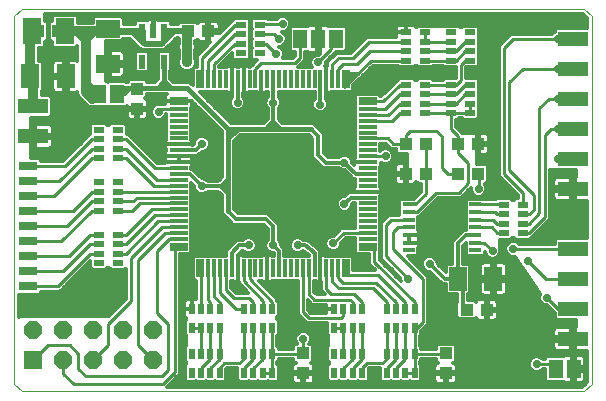
<source format=gtl>
G75*
%MOIN*%
%OFA0B0*%
%FSLAX25Y25*%
%IPPOS*%
%LPD*%
%AMOC8*
5,1,8,0,0,1.08239X$1,22.5*
%
%ADD10C,0.00000*%
%ADD11R,0.10000X0.05000*%
%ADD12R,0.05906X0.07874*%
%ADD13R,0.04331X0.03937*%
%ADD14R,0.07874X0.05906*%
%ADD15R,0.03937X0.04331*%
%ADD16R,0.06299X0.03150*%
%ADD17R,0.06299X0.08661*%
%ADD18R,0.03543X0.01969*%
%ADD19R,0.05906X0.02520*%
%ADD20R,0.05906X0.01260*%
%ADD21R,0.02520X0.05906*%
%ADD22R,0.01260X0.05906*%
%ADD23R,0.03937X0.01378*%
%ADD24R,0.02165X0.04724*%
%ADD25R,0.01969X0.03543*%
%ADD26R,0.04600X0.06300*%
%ADD27C,0.01200*%
%ADD28C,0.03562*%
%ADD29C,0.02775*%
%ADD30C,0.01600*%
%ADD31OC8,0.05906*%
%ADD32C,0.02000*%
%ADD33C,0.03200*%
%ADD34C,0.02400*%
%ADD35C,0.01400*%
%ADD36C,0.01000*%
%ADD37R,0.05906X0.05906*%
D10*
X0007850Y0004100D02*
X0005350Y0006600D01*
X0005350Y0129100D01*
X0007850Y0131600D01*
X0195350Y0131600D01*
X0197850Y0129100D01*
X0197850Y0006600D01*
X0195350Y0004100D01*
X0007850Y0004100D01*
D11*
X0011600Y0089100D03*
X0011600Y0099100D03*
X0191600Y0101600D03*
X0191600Y0091600D03*
X0191600Y0081600D03*
X0191600Y0071600D03*
X0191600Y0051600D03*
X0191600Y0041600D03*
X0191600Y0031600D03*
X0191600Y0021600D03*
X0191600Y0111600D03*
X0191600Y0121600D03*
D12*
X0165006Y0041600D03*
X0153194Y0041600D03*
X0022506Y0109100D03*
X0010694Y0109100D03*
D13*
X0063254Y0124100D03*
X0069946Y0124100D03*
X0156066Y0031287D03*
X0162759Y0031287D03*
X0149100Y0016821D03*
X0149100Y0010129D03*
X0101600Y0010129D03*
X0101600Y0016821D03*
D14*
X0036600Y0113194D03*
X0036600Y0125006D03*
D15*
X0019946Y0124100D03*
X0013254Y0124100D03*
X0046287Y0104946D03*
X0046287Y0098254D03*
X0135754Y0086600D03*
X0142446Y0086600D03*
X0153254Y0086600D03*
X0159946Y0086600D03*
X0159946Y0076600D03*
X0153254Y0076600D03*
X0142446Y0076600D03*
X0135754Y0076600D03*
D16*
X0009725Y0074100D03*
X0009725Y0069100D03*
X0009725Y0064100D03*
X0009725Y0059100D03*
X0009725Y0054100D03*
X0009725Y0049100D03*
X0009725Y0044100D03*
X0009725Y0039100D03*
X0009725Y0079100D03*
D17*
X0011088Y0124100D03*
X0022112Y0124100D03*
D18*
X0033450Y0091324D03*
X0033450Y0088175D03*
X0033450Y0085025D03*
X0033450Y0081876D03*
X0039750Y0081876D03*
X0039750Y0085025D03*
X0039750Y0088175D03*
X0039750Y0091324D03*
X0039750Y0073824D03*
X0039750Y0070675D03*
X0039750Y0067525D03*
X0039750Y0064376D03*
X0033450Y0064376D03*
X0033450Y0067525D03*
X0033450Y0070675D03*
X0033450Y0073824D03*
X0033450Y0056324D03*
X0033450Y0053175D03*
X0033450Y0050025D03*
X0033450Y0046876D03*
X0039750Y0046876D03*
X0039750Y0050025D03*
X0039750Y0053175D03*
X0039750Y0056324D03*
X0080950Y0116876D03*
X0080950Y0120025D03*
X0080950Y0123175D03*
X0080950Y0126324D03*
X0087250Y0126324D03*
X0087250Y0123175D03*
X0087250Y0120025D03*
X0087250Y0116876D03*
X0135950Y0117525D03*
X0135950Y0120675D03*
X0135950Y0123824D03*
X0142250Y0123824D03*
X0142250Y0120675D03*
X0142250Y0117525D03*
X0142250Y0114376D03*
X0135950Y0114376D03*
X0135950Y0106324D03*
X0135950Y0103175D03*
X0135950Y0100025D03*
X0135950Y0096876D03*
X0142250Y0096876D03*
X0142250Y0100025D03*
X0142250Y0103175D03*
X0142250Y0106324D03*
X0150950Y0106324D03*
X0150950Y0103175D03*
X0150950Y0100025D03*
X0150950Y0096876D03*
X0157250Y0096876D03*
X0157250Y0100025D03*
X0157250Y0103175D03*
X0157250Y0106324D03*
X0157250Y0114376D03*
X0157250Y0117525D03*
X0157250Y0120675D03*
X0157250Y0123824D03*
X0150950Y0123824D03*
X0150950Y0120675D03*
X0150950Y0117525D03*
X0150950Y0114376D03*
X0168450Y0066324D03*
X0168450Y0063175D03*
X0168450Y0060025D03*
X0168450Y0056876D03*
X0174750Y0056876D03*
X0174750Y0060025D03*
X0174750Y0063175D03*
X0174750Y0066324D03*
D19*
X0123096Y0052348D03*
X0060104Y0052348D03*
X0060104Y0100852D03*
X0123096Y0100852D03*
D20*
X0123096Y0098254D03*
X0123096Y0096285D03*
X0123096Y0094317D03*
X0123096Y0092348D03*
X0123096Y0090380D03*
X0123096Y0088411D03*
X0123096Y0086443D03*
X0123096Y0084474D03*
X0123096Y0082506D03*
X0123096Y0080537D03*
X0123096Y0078569D03*
X0123096Y0076600D03*
X0123096Y0074631D03*
X0123096Y0072663D03*
X0123096Y0070694D03*
X0123096Y0068726D03*
X0123096Y0066757D03*
X0123096Y0064789D03*
X0123096Y0062820D03*
X0123096Y0060852D03*
X0123096Y0058883D03*
X0123096Y0056915D03*
X0123096Y0054946D03*
X0060104Y0054946D03*
X0060104Y0056915D03*
X0060104Y0058883D03*
X0060104Y0060852D03*
X0060104Y0062820D03*
X0060104Y0064789D03*
X0060104Y0066757D03*
X0060104Y0068726D03*
X0060104Y0070694D03*
X0060104Y0072663D03*
X0060104Y0074631D03*
X0060104Y0076600D03*
X0060104Y0078569D03*
X0060104Y0080537D03*
X0060104Y0082506D03*
X0060104Y0084474D03*
X0060104Y0086443D03*
X0060104Y0088411D03*
X0060104Y0090380D03*
X0060104Y0092348D03*
X0060104Y0094317D03*
X0060104Y0096285D03*
X0060104Y0098254D03*
D21*
X0067348Y0108096D03*
X0115852Y0108096D03*
X0115852Y0045104D03*
X0067348Y0045104D03*
D22*
X0069946Y0045104D03*
X0071915Y0045104D03*
X0073883Y0045104D03*
X0075852Y0045104D03*
X0077820Y0045104D03*
X0079789Y0045104D03*
X0081757Y0045104D03*
X0083726Y0045104D03*
X0085694Y0045104D03*
X0087663Y0045104D03*
X0089631Y0045104D03*
X0091600Y0045104D03*
X0093569Y0045104D03*
X0095537Y0045104D03*
X0097506Y0045104D03*
X0099474Y0045104D03*
X0101443Y0045104D03*
X0103411Y0045104D03*
X0105380Y0045104D03*
X0107348Y0045104D03*
X0109317Y0045104D03*
X0111285Y0045104D03*
X0113254Y0045104D03*
X0113254Y0108096D03*
X0111285Y0108096D03*
X0109317Y0108096D03*
X0107348Y0108096D03*
X0105380Y0108096D03*
X0103411Y0108096D03*
X0101443Y0108096D03*
X0099474Y0108096D03*
X0097506Y0108096D03*
X0095537Y0108096D03*
X0093569Y0108096D03*
X0091600Y0108096D03*
X0089631Y0108096D03*
X0087663Y0108096D03*
X0085694Y0108096D03*
X0083726Y0108096D03*
X0081757Y0108096D03*
X0079789Y0108096D03*
X0077820Y0108096D03*
X0075852Y0108096D03*
X0073883Y0108096D03*
X0071915Y0108096D03*
X0069946Y0108096D03*
D23*
X0136728Y0066465D03*
X0136728Y0063906D03*
X0136728Y0061347D03*
X0136728Y0058787D03*
X0136728Y0056228D03*
X0136728Y0053669D03*
X0136728Y0051110D03*
X0158972Y0051110D03*
X0158972Y0053669D03*
X0158972Y0056228D03*
X0158972Y0058787D03*
X0158972Y0061347D03*
X0158972Y0063906D03*
X0158972Y0066465D03*
D24*
X0055340Y0113982D03*
X0047860Y0113982D03*
X0047860Y0124218D03*
X0051600Y0124218D03*
X0055340Y0124218D03*
D25*
X0064376Y0031625D03*
X0067525Y0031625D03*
X0070675Y0031625D03*
X0073824Y0031625D03*
X0073824Y0025325D03*
X0070675Y0025325D03*
X0067525Y0025325D03*
X0064376Y0025325D03*
X0064376Y0016625D03*
X0067525Y0016625D03*
X0070675Y0016625D03*
X0073824Y0016625D03*
X0081876Y0016625D03*
X0085025Y0016625D03*
X0088175Y0016625D03*
X0091324Y0016625D03*
X0091324Y0010325D03*
X0088175Y0010325D03*
X0085025Y0010325D03*
X0081876Y0010325D03*
X0073824Y0010325D03*
X0070675Y0010325D03*
X0067525Y0010325D03*
X0064376Y0010325D03*
X0081876Y0025325D03*
X0085025Y0025325D03*
X0088175Y0025325D03*
X0091324Y0025325D03*
X0091324Y0031625D03*
X0088175Y0031625D03*
X0085025Y0031625D03*
X0081876Y0031625D03*
X0111876Y0031625D03*
X0115025Y0031625D03*
X0118175Y0031625D03*
X0121324Y0031625D03*
X0121324Y0025325D03*
X0118175Y0025325D03*
X0115025Y0025325D03*
X0111876Y0025325D03*
X0111876Y0016625D03*
X0115025Y0016625D03*
X0118175Y0016625D03*
X0121324Y0016625D03*
X0129376Y0016625D03*
X0132525Y0016625D03*
X0135675Y0016625D03*
X0138824Y0016625D03*
X0138824Y0010325D03*
X0135675Y0010325D03*
X0132525Y0010325D03*
X0129376Y0010325D03*
X0121324Y0010325D03*
X0118175Y0010325D03*
X0115025Y0010325D03*
X0111876Y0010325D03*
X0129376Y0025325D03*
X0132525Y0025325D03*
X0135675Y0025325D03*
X0138824Y0025325D03*
X0138824Y0031625D03*
X0135675Y0031625D03*
X0132525Y0031625D03*
X0129376Y0031625D03*
D26*
X0185787Y0011600D03*
X0191787Y0011600D03*
X0039600Y0103162D03*
X0033600Y0103162D03*
X0100600Y0121600D03*
X0106600Y0121600D03*
X0112600Y0121600D03*
D27*
X0116100Y0121451D02*
X0121859Y0121451D01*
X0122783Y0122375D02*
X0117458Y0117050D01*
X0112771Y0117050D01*
X0110581Y0114860D01*
X0109585Y0113864D01*
X0109585Y0112649D01*
X0109317Y0112649D01*
X0109317Y0108096D01*
X0109317Y0103543D01*
X0110157Y0103543D01*
X0110564Y0103652D01*
X0110929Y0103863D01*
X0111009Y0103943D01*
X0117609Y0103943D01*
X0118312Y0104646D01*
X0118312Y0106220D01*
X0120742Y0108650D01*
X0121737Y0109646D01*
X0124767Y0112676D01*
X0133197Y0112676D01*
X0133682Y0112191D01*
X0138219Y0112191D01*
X0138715Y0112687D01*
X0139485Y0112687D01*
X0139981Y0112191D01*
X0144518Y0112191D01*
X0145003Y0112676D01*
X0148197Y0112676D01*
X0148682Y0112191D01*
X0152400Y0112191D01*
X0152400Y0108554D01*
X0152354Y0108509D01*
X0148682Y0108509D01*
X0148197Y0108024D01*
X0145003Y0108024D01*
X0144518Y0108509D01*
X0139981Y0108509D01*
X0139485Y0108012D01*
X0138715Y0108012D01*
X0138219Y0108509D01*
X0133682Y0108509D01*
X0133197Y0108024D01*
X0133120Y0108024D01*
X0127648Y0102552D01*
X0127249Y0102552D01*
X0127249Y0102609D01*
X0126546Y0103312D01*
X0119646Y0103312D01*
X0118943Y0102609D01*
X0118943Y0082230D01*
X0118863Y0082149D01*
X0118652Y0081784D01*
X0118543Y0081378D01*
X0118543Y0080537D01*
X0118543Y0079702D01*
X0117937Y0080308D01*
X0117937Y0080865D01*
X0117543Y0081816D01*
X0116816Y0082543D01*
X0115865Y0082937D01*
X0114835Y0082937D01*
X0113884Y0082543D01*
X0113515Y0082174D01*
X0109962Y0082174D01*
X0108500Y0083636D01*
X0108500Y0089887D01*
X0107387Y0091000D01*
X0106100Y0092287D01*
X0106100Y0092428D01*
X0104928Y0093600D01*
X0094646Y0093600D01*
X0093400Y0094846D01*
X0093400Y0098491D01*
X0093793Y0098884D01*
X0094187Y0099835D01*
X0094187Y0100865D01*
X0093793Y0101816D01*
X0093400Y0102209D01*
X0093400Y0103943D01*
X0105548Y0103943D01*
X0105548Y0101707D01*
X0105032Y0101191D01*
X0104638Y0100240D01*
X0104638Y0099210D01*
X0105032Y0098259D01*
X0105759Y0097532D01*
X0106710Y0097138D01*
X0107740Y0097138D01*
X0108691Y0097532D01*
X0109418Y0098259D01*
X0109812Y0099210D01*
X0109812Y0100240D01*
X0109418Y0101191D01*
X0109148Y0101461D01*
X0109148Y0103543D01*
X0109316Y0103543D01*
X0109316Y0108096D01*
X0109317Y0108096D01*
X0109316Y0108096D01*
X0109316Y0112649D01*
X0108929Y0112649D01*
X0109187Y0113273D01*
X0109187Y0113971D01*
X0112467Y0117250D01*
X0115397Y0117250D01*
X0116100Y0117953D01*
X0116100Y0125247D01*
X0115397Y0125950D01*
X0109963Y0125950D01*
X0109882Y0126030D01*
X0109518Y0126241D01*
X0109111Y0126350D01*
X0107150Y0126350D01*
X0107150Y0122150D01*
X0106050Y0122150D01*
X0106050Y0126350D01*
X0104089Y0126350D01*
X0103682Y0126241D01*
X0103318Y0126030D01*
X0103237Y0125950D01*
X0097803Y0125950D01*
X0097100Y0125247D01*
X0097100Y0117953D01*
X0097803Y0117250D01*
X0098900Y0117250D01*
X0098900Y0115992D01*
X0098083Y0115175D01*
X0094748Y0115175D01*
X0095125Y0116085D01*
X0095125Y0117115D01*
X0094731Y0118066D01*
X0094003Y0118793D01*
X0093474Y0119013D01*
X0093990Y0119013D01*
X0094941Y0119407D01*
X0095668Y0120134D01*
X0096062Y0121085D01*
X0096062Y0122115D01*
X0095668Y0123066D01*
X0094941Y0123793D01*
X0094412Y0124013D01*
X0095240Y0124013D01*
X0096191Y0124407D01*
X0096918Y0125134D01*
X0097312Y0126085D01*
X0097312Y0127115D01*
X0096918Y0128066D01*
X0096191Y0128793D01*
X0095240Y0129187D01*
X0094210Y0129187D01*
X0093259Y0128793D01*
X0092766Y0128300D01*
X0089727Y0128300D01*
X0089518Y0128509D01*
X0084981Y0128509D01*
X0084278Y0127806D01*
X0084278Y0124843D01*
X0084371Y0124750D01*
X0084278Y0124656D01*
X0084278Y0121693D01*
X0084371Y0121600D01*
X0084278Y0121506D01*
X0084278Y0118544D01*
X0084371Y0118450D01*
X0084278Y0118357D01*
X0084278Y0115394D01*
X0084981Y0114691D01*
X0086350Y0114691D01*
X0084990Y0113332D01*
X0083994Y0112336D01*
X0083994Y0112249D01*
X0083450Y0112249D01*
X0083370Y0112329D01*
X0083005Y0112540D01*
X0082598Y0112649D01*
X0081758Y0112649D01*
X0081758Y0108096D01*
X0081758Y0103543D01*
X0082598Y0103543D01*
X0083005Y0103652D01*
X0083370Y0103863D01*
X0083450Y0103943D01*
X0085970Y0103943D01*
X0086051Y0103863D01*
X0086415Y0103652D01*
X0086822Y0103543D01*
X0087663Y0103543D01*
X0088504Y0103543D01*
X0088910Y0103652D01*
X0089275Y0103863D01*
X0089356Y0103943D01*
X0089800Y0103943D01*
X0089800Y0102209D01*
X0089407Y0101816D01*
X0089013Y0100865D01*
X0089013Y0099835D01*
X0089407Y0098884D01*
X0089800Y0098491D01*
X0089800Y0094846D01*
X0088554Y0093600D01*
X0078897Y0093600D01*
X0077428Y0093600D01*
X0067085Y0103943D01*
X0076128Y0103943D01*
X0076208Y0103863D01*
X0076573Y0103652D01*
X0076980Y0103543D01*
X0077820Y0103543D01*
X0077820Y0108096D01*
X0077821Y0108096D01*
X0077821Y0103543D01*
X0077989Y0103543D01*
X0077989Y0102273D01*
X0077532Y0101816D01*
X0077138Y0100865D01*
X0077138Y0099835D01*
X0077532Y0098884D01*
X0078259Y0098157D01*
X0079210Y0097763D01*
X0080240Y0097763D01*
X0081191Y0098157D01*
X0081918Y0098884D01*
X0082312Y0099835D01*
X0082312Y0100865D01*
X0081918Y0101816D01*
X0081589Y0102145D01*
X0081589Y0103543D01*
X0081757Y0103543D01*
X0081757Y0108096D01*
X0081758Y0108096D01*
X0081757Y0108096D01*
X0081757Y0112649D01*
X0080917Y0112649D01*
X0080510Y0112540D01*
X0080145Y0112329D01*
X0080065Y0112249D01*
X0079513Y0112249D01*
X0079433Y0112329D01*
X0079068Y0112540D01*
X0078661Y0112649D01*
X0077821Y0112649D01*
X0077821Y0108096D01*
X0077820Y0108096D01*
X0077820Y0112649D01*
X0076980Y0112649D01*
X0076573Y0112540D01*
X0076208Y0112329D01*
X0076128Y0112249D01*
X0073615Y0112249D01*
X0073615Y0112461D01*
X0077979Y0116825D01*
X0077979Y0115394D01*
X0078682Y0114691D01*
X0083219Y0114691D01*
X0083922Y0115394D01*
X0083922Y0118357D01*
X0083829Y0118450D01*
X0083922Y0118544D01*
X0083922Y0121506D01*
X0083829Y0121600D01*
X0083922Y0121693D01*
X0083922Y0124656D01*
X0083829Y0124750D01*
X0083922Y0124843D01*
X0083922Y0127806D01*
X0083219Y0128509D01*
X0078682Y0128509D01*
X0078197Y0128024D01*
X0078120Y0128024D01*
X0077124Y0127029D01*
X0073712Y0123616D01*
X0073712Y0123716D01*
X0070331Y0123716D01*
X0070331Y0124484D01*
X0073712Y0124484D01*
X0073712Y0126279D01*
X0073603Y0126686D01*
X0073392Y0127051D01*
X0073094Y0127349D01*
X0072729Y0127559D01*
X0072322Y0127668D01*
X0070331Y0127668D01*
X0070331Y0124484D01*
X0069562Y0124484D01*
X0069562Y0127668D01*
X0067570Y0127668D01*
X0067164Y0127559D01*
X0066799Y0127349D01*
X0066501Y0127051D01*
X0066366Y0126818D01*
X0065916Y0127268D01*
X0060591Y0127268D01*
X0059888Y0126566D01*
X0059888Y0126418D01*
X0057623Y0126418D01*
X0057623Y0127077D01*
X0056920Y0127780D01*
X0053760Y0127780D01*
X0053753Y0127773D01*
X0053665Y0127861D01*
X0053300Y0128071D01*
X0052893Y0128180D01*
X0051600Y0128180D01*
X0051600Y0124218D01*
X0051600Y0128180D01*
X0050307Y0128180D01*
X0049900Y0128071D01*
X0049535Y0127861D01*
X0049447Y0127773D01*
X0049440Y0127780D01*
X0046280Y0127780D01*
X0045577Y0127077D01*
X0045577Y0126500D01*
X0041737Y0126500D01*
X0041737Y0128455D01*
X0041034Y0129158D01*
X0032166Y0129158D01*
X0031463Y0128455D01*
X0031463Y0126900D01*
X0026461Y0126900D01*
X0026461Y0128928D01*
X0025758Y0129631D01*
X0018465Y0129631D01*
X0017762Y0128928D01*
X0017762Y0127465D01*
X0017481Y0127465D01*
X0016778Y0126762D01*
X0016778Y0121438D01*
X0017481Y0120735D01*
X0017762Y0120735D01*
X0017762Y0119272D01*
X0018465Y0118569D01*
X0025758Y0118569D01*
X0026300Y0119111D01*
X0026300Y0117630D01*
X0026119Y0117193D01*
X0026119Y0116007D01*
X0026300Y0115570D01*
X0026300Y0114399D01*
X0026076Y0114528D01*
X0025669Y0114637D01*
X0023105Y0114637D01*
X0023105Y0109700D01*
X0021906Y0109700D01*
X0021906Y0114637D01*
X0019342Y0114637D01*
X0018935Y0114528D01*
X0018570Y0114317D01*
X0018272Y0114019D01*
X0018062Y0113655D01*
X0017953Y0113248D01*
X0017953Y0109700D01*
X0021905Y0109700D01*
X0021905Y0108500D01*
X0017953Y0108500D01*
X0017953Y0104952D01*
X0018062Y0104545D01*
X0018272Y0104181D01*
X0018570Y0103883D01*
X0018935Y0103672D01*
X0019342Y0103563D01*
X0021906Y0103563D01*
X0021906Y0108500D01*
X0023105Y0108500D01*
X0023105Y0103563D01*
X0025669Y0103563D01*
X0026076Y0103672D01*
X0026300Y0103801D01*
X0026300Y0103231D01*
X0026726Y0102201D01*
X0027514Y0101414D01*
X0029701Y0099226D01*
X0030731Y0098800D01*
X0031844Y0098800D01*
X0031875Y0098812D01*
X0036397Y0098812D01*
X0036600Y0099015D01*
X0036803Y0098812D01*
X0042397Y0098812D01*
X0042719Y0099134D01*
X0042719Y0098638D01*
X0045903Y0098638D01*
X0045903Y0097869D01*
X0046672Y0097869D01*
X0046672Y0098638D01*
X0049856Y0098638D01*
X0049856Y0100630D01*
X0049747Y0101036D01*
X0049536Y0101401D01*
X0049238Y0101699D01*
X0049006Y0101834D01*
X0049456Y0102284D01*
X0049456Y0103350D01*
X0056127Y0103350D01*
X0055871Y0103094D01*
X0055660Y0102729D01*
X0055551Y0102322D01*
X0055551Y0100882D01*
X0060074Y0100882D01*
X0060074Y0100822D01*
X0055551Y0100822D01*
X0055551Y0099954D01*
X0053799Y0099954D01*
X0053658Y0099812D01*
X0052960Y0099812D01*
X0052009Y0099418D01*
X0051282Y0098691D01*
X0050888Y0097740D01*
X0050888Y0096710D01*
X0051282Y0095759D01*
X0052009Y0095032D01*
X0052960Y0094638D01*
X0053990Y0094638D01*
X0054941Y0095032D01*
X0055668Y0095759D01*
X0055951Y0096442D01*
X0055951Y0088135D01*
X0055871Y0088055D01*
X0055660Y0087690D01*
X0055551Y0087283D01*
X0055551Y0086443D01*
X0060104Y0086443D01*
X0064657Y0086443D01*
X0064657Y0087283D01*
X0064548Y0087690D01*
X0064337Y0088055D01*
X0064257Y0088135D01*
X0064257Y0098529D01*
X0064337Y0098610D01*
X0064548Y0098975D01*
X0064657Y0099381D01*
X0064657Y0100715D01*
X0074600Y0090772D01*
X0074600Y0075583D01*
X0073354Y0074337D01*
X0069709Y0074337D01*
X0069316Y0074731D01*
X0068365Y0075125D01*
X0067808Y0075125D01*
X0064533Y0078400D01*
X0064257Y0078400D01*
X0064257Y0078844D01*
X0064337Y0078925D01*
X0064548Y0079290D01*
X0064657Y0079696D01*
X0064657Y0080537D01*
X0064657Y0081378D01*
X0064618Y0081521D01*
X0064657Y0081665D01*
X0064657Y0082505D01*
X0063938Y0082505D01*
X0063938Y0082506D01*
X0064657Y0082506D01*
X0064657Y0082674D01*
X0066470Y0082674D01*
X0067808Y0084013D01*
X0068365Y0084013D01*
X0069316Y0084407D01*
X0070043Y0085134D01*
X0070437Y0086085D01*
X0070437Y0087115D01*
X0070043Y0088066D01*
X0069316Y0088793D01*
X0068365Y0089187D01*
X0067335Y0089187D01*
X0066384Y0088793D01*
X0065657Y0088066D01*
X0065263Y0087115D01*
X0065263Y0086558D01*
X0064978Y0086274D01*
X0064657Y0086274D01*
X0064657Y0086442D01*
X0060104Y0086442D01*
X0060104Y0086443D01*
X0060104Y0086442D01*
X0055551Y0086442D01*
X0055551Y0085602D01*
X0055660Y0085195D01*
X0055871Y0084830D01*
X0055951Y0084750D01*
X0055951Y0084198D01*
X0055871Y0084118D01*
X0055660Y0083753D01*
X0055551Y0083346D01*
X0055551Y0082506D01*
X0056270Y0082506D01*
X0056270Y0082505D01*
X0055551Y0082505D01*
X0055551Y0081665D01*
X0055590Y0081521D01*
X0055551Y0081378D01*
X0055551Y0080537D01*
X0055551Y0080268D01*
X0052836Y0080268D01*
X0044225Y0088879D01*
X0043229Y0089875D01*
X0042721Y0089875D01*
X0042721Y0092806D01*
X0042018Y0093509D01*
X0037481Y0093509D01*
X0036985Y0093012D01*
X0036215Y0093012D01*
X0035719Y0093509D01*
X0031182Y0093509D01*
X0030479Y0092806D01*
X0030479Y0089843D01*
X0030521Y0089801D01*
X0029600Y0088879D01*
X0021521Y0080800D01*
X0014075Y0080800D01*
X0014075Y0081172D01*
X0013372Y0081875D01*
X0010825Y0081875D01*
X0010825Y0085000D01*
X0011000Y0085000D01*
X0011000Y0088500D01*
X0012200Y0088500D01*
X0012200Y0089700D01*
X0011000Y0089700D01*
X0011000Y0093200D01*
X0010825Y0093200D01*
X0010825Y0095400D01*
X0017097Y0095400D01*
X0017800Y0096103D01*
X0017800Y0102097D01*
X0017097Y0102800D01*
X0014400Y0102800D01*
X0014400Y0104219D01*
X0014847Y0104666D01*
X0014847Y0113534D01*
X0014144Y0114237D01*
X0013494Y0114237D01*
X0013494Y0118569D01*
X0014735Y0118569D01*
X0015438Y0119272D01*
X0015438Y0120735D01*
X0015719Y0120735D01*
X0016422Y0121438D01*
X0016422Y0126762D01*
X0015719Y0127465D01*
X0015438Y0127465D01*
X0015438Y0127632D01*
X0015512Y0127707D01*
X0015512Y0130000D01*
X0194687Y0130000D01*
X0196250Y0128437D01*
X0196250Y0125300D01*
X0186103Y0125300D01*
X0185400Y0124597D01*
X0185400Y0123904D01*
X0185134Y0123793D01*
X0184641Y0123300D01*
X0170896Y0123300D01*
X0169900Y0122304D01*
X0167771Y0120175D01*
X0167771Y0120175D01*
X0166775Y0119179D01*
X0166775Y0075896D01*
X0167771Y0074900D01*
X0173050Y0069621D01*
X0173050Y0068509D01*
X0172481Y0068509D01*
X0171985Y0068012D01*
X0171215Y0068012D01*
X0170719Y0068509D01*
X0166182Y0068509D01*
X0165838Y0068165D01*
X0161627Y0068165D01*
X0161438Y0068354D01*
X0156506Y0068354D01*
X0155804Y0067651D01*
X0155804Y0065279D01*
X0155897Y0065185D01*
X0155804Y0065092D01*
X0155804Y0062720D01*
X0155897Y0062626D01*
X0155804Y0062533D01*
X0155804Y0060161D01*
X0155897Y0060067D01*
X0155804Y0059974D01*
X0155804Y0058028D01*
X0155170Y0058028D01*
X0152417Y0055275D01*
X0151363Y0054221D01*
X0151363Y0046737D01*
X0149745Y0046737D01*
X0149042Y0046034D01*
X0149042Y0043891D01*
X0146375Y0046558D01*
X0146375Y0047115D01*
X0145981Y0048066D01*
X0145253Y0048793D01*
X0144302Y0049187D01*
X0143273Y0049187D01*
X0142322Y0048793D01*
X0141594Y0048066D01*
X0141200Y0047115D01*
X0141200Y0046085D01*
X0141594Y0045134D01*
X0142322Y0044407D01*
X0143273Y0044013D01*
X0143829Y0044013D01*
X0146988Y0040854D01*
X0148042Y0039800D01*
X0149042Y0039800D01*
X0149042Y0037166D01*
X0149745Y0036463D01*
X0152825Y0036463D01*
X0152825Y0033877D01*
X0152701Y0033753D01*
X0152701Y0028822D01*
X0153404Y0028119D01*
X0158728Y0028119D01*
X0159179Y0028569D01*
X0159313Y0028337D01*
X0159611Y0028039D01*
X0159976Y0027828D01*
X0160383Y0027719D01*
X0162375Y0027719D01*
X0162375Y0030903D01*
X0163143Y0030903D01*
X0163143Y0027719D01*
X0165135Y0027719D01*
X0165542Y0027828D01*
X0165907Y0028039D01*
X0166205Y0028337D01*
X0166415Y0028701D01*
X0166524Y0029108D01*
X0166524Y0030903D01*
X0163143Y0030903D01*
X0163143Y0031672D01*
X0162375Y0031672D01*
X0162375Y0034856D01*
X0160383Y0034856D01*
X0159976Y0034747D01*
X0159611Y0034536D01*
X0159313Y0034238D01*
X0159179Y0034006D01*
X0158728Y0034456D01*
X0156625Y0034456D01*
X0156625Y0036463D01*
X0156644Y0036463D01*
X0157347Y0037166D01*
X0157347Y0046034D01*
X0156644Y0046737D01*
X0154962Y0046737D01*
X0154962Y0052729D01*
X0155804Y0053570D01*
X0155804Y0052483D01*
X0155897Y0052390D01*
X0155804Y0052296D01*
X0155804Y0049924D01*
X0156506Y0049221D01*
X0161438Y0049221D01*
X0162141Y0049924D01*
X0162141Y0050453D01*
X0162532Y0049509D01*
X0163259Y0048782D01*
X0164210Y0048388D01*
X0165240Y0048388D01*
X0166191Y0048782D01*
X0166918Y0049509D01*
X0167312Y0050460D01*
X0167312Y0051490D01*
X0167075Y0052063D01*
X0167075Y0054691D01*
X0170719Y0054691D01*
X0171215Y0055187D01*
X0171985Y0055187D01*
X0172481Y0054691D01*
X0177018Y0054691D01*
X0177503Y0055176D01*
X0177580Y0055176D01*
X0183925Y0061521D01*
X0183925Y0078000D01*
X0186003Y0078000D01*
X0186103Y0077900D01*
X0192375Y0077900D01*
X0192375Y0075700D01*
X0192200Y0075700D01*
X0192200Y0072200D01*
X0191000Y0072200D01*
X0191000Y0075700D01*
X0186389Y0075700D01*
X0185982Y0075591D01*
X0185618Y0075380D01*
X0185320Y0075082D01*
X0185109Y0074718D01*
X0185000Y0074311D01*
X0185000Y0072200D01*
X0191000Y0072200D01*
X0191000Y0071000D01*
X0192200Y0071000D01*
X0192200Y0067500D01*
X0196250Y0067500D01*
X0196250Y0055300D01*
X0186103Y0055300D01*
X0185400Y0054597D01*
X0185400Y0053300D01*
X0173559Y0053300D01*
X0173066Y0053793D01*
X0172115Y0054187D01*
X0171085Y0054187D01*
X0170134Y0053793D01*
X0169407Y0053066D01*
X0169013Y0052115D01*
X0169013Y0051085D01*
X0169407Y0050134D01*
X0170134Y0049407D01*
X0171085Y0049013D01*
X0172053Y0049013D01*
X0180597Y0036672D01*
X0180263Y0035865D01*
X0180263Y0034835D01*
X0180657Y0033884D01*
X0181384Y0033157D01*
X0182335Y0032763D01*
X0183033Y0032763D01*
X0185400Y0030396D01*
X0185400Y0028603D01*
X0186103Y0027900D01*
X0192375Y0027900D01*
X0192375Y0025700D01*
X0192200Y0025700D01*
X0192200Y0022200D01*
X0191000Y0022200D01*
X0191000Y0025700D01*
X0186389Y0025700D01*
X0185982Y0025591D01*
X0185618Y0025380D01*
X0185320Y0025082D01*
X0185109Y0024718D01*
X0185000Y0024311D01*
X0185000Y0022200D01*
X0191000Y0022200D01*
X0191000Y0021000D01*
X0192200Y0021000D01*
X0192200Y0017500D01*
X0196250Y0017500D01*
X0196250Y0007263D01*
X0194687Y0005700D01*
X0056229Y0005700D01*
X0056425Y0005896D01*
X0060487Y0009958D01*
X0060487Y0049888D01*
X0063554Y0049888D01*
X0064257Y0050591D01*
X0064257Y0073585D01*
X0065263Y0072579D01*
X0065263Y0072023D01*
X0065657Y0071072D01*
X0066384Y0070344D01*
X0067335Y0069950D01*
X0068365Y0069950D01*
X0069316Y0070344D01*
X0069709Y0070738D01*
X0073354Y0070738D01*
X0074600Y0069492D01*
X0074600Y0063272D01*
X0075772Y0062100D01*
X0075913Y0062100D01*
X0078313Y0059700D01*
X0088454Y0059700D01*
X0089800Y0058354D01*
X0089800Y0054709D01*
X0089407Y0054316D01*
X0089013Y0053365D01*
X0089013Y0052335D01*
X0089407Y0051384D01*
X0090134Y0050657D01*
X0091085Y0050263D01*
X0091642Y0050263D01*
X0091769Y0050136D01*
X0091769Y0049257D01*
X0091324Y0049257D01*
X0091244Y0049337D01*
X0090879Y0049548D01*
X0090472Y0049657D01*
X0089632Y0049657D01*
X0089632Y0045104D01*
X0089631Y0045104D01*
X0089631Y0049657D01*
X0088791Y0049657D01*
X0088384Y0049548D01*
X0088019Y0049337D01*
X0087939Y0049257D01*
X0081482Y0049257D01*
X0081401Y0049337D01*
X0081036Y0049548D01*
X0080630Y0049657D01*
X0079789Y0049657D01*
X0079702Y0049657D01*
X0081096Y0051050D01*
X0081616Y0051050D01*
X0082009Y0050657D01*
X0082960Y0050263D01*
X0083990Y0050263D01*
X0084941Y0050657D01*
X0085668Y0051384D01*
X0086062Y0052335D01*
X0086062Y0053365D01*
X0085668Y0054316D01*
X0084941Y0055043D01*
X0083990Y0055437D01*
X0082960Y0055437D01*
X0082009Y0055043D01*
X0081616Y0054650D01*
X0079604Y0054650D01*
X0078550Y0053596D01*
X0076020Y0051066D01*
X0076020Y0049257D01*
X0065591Y0049257D01*
X0064888Y0048554D01*
X0064888Y0041654D01*
X0065591Y0040951D01*
X0065825Y0040951D01*
X0065825Y0034928D01*
X0065570Y0034996D01*
X0064376Y0034996D01*
X0064376Y0031625D01*
X0064376Y0031625D01*
X0064376Y0034996D01*
X0063181Y0034996D01*
X0062774Y0034887D01*
X0062409Y0034677D01*
X0062111Y0034379D01*
X0061900Y0034014D01*
X0061791Y0033607D01*
X0061791Y0031625D01*
X0064375Y0031625D01*
X0064375Y0031625D01*
X0061791Y0031625D01*
X0061791Y0029642D01*
X0061900Y0029235D01*
X0062111Y0028871D01*
X0062409Y0028573D01*
X0062687Y0028412D01*
X0062687Y0028090D01*
X0062191Y0027594D01*
X0062191Y0023057D01*
X0062375Y0022873D01*
X0062375Y0019077D01*
X0062191Y0018893D01*
X0062191Y0014356D01*
X0062687Y0013860D01*
X0062687Y0013090D01*
X0062191Y0012594D01*
X0062191Y0008057D01*
X0062894Y0007354D01*
X0065857Y0007354D01*
X0065950Y0007447D01*
X0066044Y0007354D01*
X0069006Y0007354D01*
X0069100Y0007447D01*
X0069193Y0007354D01*
X0072156Y0007354D01*
X0072250Y0007447D01*
X0072343Y0007354D01*
X0075306Y0007354D01*
X0076009Y0008057D01*
X0076009Y0011729D01*
X0076054Y0011775D01*
X0079691Y0011775D01*
X0079691Y0008057D01*
X0080394Y0007354D01*
X0083357Y0007354D01*
X0083450Y0007447D01*
X0083544Y0007354D01*
X0086506Y0007354D01*
X0086600Y0007447D01*
X0086693Y0007354D01*
X0089656Y0007354D01*
X0089750Y0007447D01*
X0089843Y0007354D01*
X0092806Y0007354D01*
X0093509Y0008057D01*
X0093509Y0012594D01*
X0093024Y0013078D01*
X0093024Y0013872D01*
X0093509Y0014356D01*
X0093509Y0014925D01*
X0098235Y0014925D01*
X0098235Y0014356D01*
X0098938Y0013653D01*
X0099060Y0013653D01*
X0098817Y0013588D01*
X0098452Y0013377D01*
X0098154Y0013079D01*
X0097944Y0012715D01*
X0097835Y0012308D01*
X0097835Y0010513D01*
X0101216Y0010513D01*
X0101216Y0009744D01*
X0101984Y0009744D01*
X0101984Y0006560D01*
X0103976Y0006560D01*
X0104383Y0006669D01*
X0104748Y0006880D01*
X0105046Y0007178D01*
X0105256Y0007542D01*
X0105365Y0007949D01*
X0105365Y0009744D01*
X0101984Y0009744D01*
X0101984Y0010513D01*
X0105365Y0010513D01*
X0105365Y0012308D01*
X0105256Y0012715D01*
X0105046Y0013079D01*
X0104748Y0013377D01*
X0104383Y0013588D01*
X0104140Y0013653D01*
X0104262Y0013653D01*
X0104965Y0014356D01*
X0104965Y0019287D01*
X0104262Y0019990D01*
X0103649Y0019990D01*
X0103793Y0020134D01*
X0104187Y0021085D01*
X0104187Y0022115D01*
X0103793Y0023066D01*
X0103066Y0023793D01*
X0102115Y0024187D01*
X0101085Y0024187D01*
X0100134Y0023793D01*
X0099407Y0023066D01*
X0099013Y0022115D01*
X0099013Y0021085D01*
X0099407Y0020134D01*
X0099551Y0019990D01*
X0098938Y0019990D01*
X0098235Y0019287D01*
X0098235Y0018325D01*
X0093509Y0018325D01*
X0093509Y0018893D01*
X0093024Y0019378D01*
X0093024Y0022572D01*
X0093509Y0023057D01*
X0093509Y0027594D01*
X0093012Y0028090D01*
X0093012Y0028860D01*
X0093509Y0029356D01*
X0093509Y0033893D01*
X0093024Y0034378D01*
X0093024Y0034767D01*
X0092029Y0035763D01*
X0086840Y0040951D01*
X0087939Y0040951D01*
X0088019Y0040871D01*
X0088384Y0040660D01*
X0088791Y0040551D01*
X0089631Y0040551D01*
X0089631Y0045104D01*
X0089632Y0045104D01*
X0089632Y0040551D01*
X0090472Y0040551D01*
X0090879Y0040660D01*
X0091244Y0040871D01*
X0091324Y0040951D01*
X0099743Y0040951D01*
X0099743Y0029803D01*
X0100738Y0028807D01*
X0102771Y0026775D01*
X0109691Y0026775D01*
X0109691Y0023057D01*
X0109875Y0022873D01*
X0109875Y0019077D01*
X0109691Y0018893D01*
X0109691Y0014356D01*
X0110187Y0013860D01*
X0110187Y0013090D01*
X0109691Y0012594D01*
X0109691Y0008057D01*
X0110394Y0007354D01*
X0113357Y0007354D01*
X0113450Y0007447D01*
X0113544Y0007354D01*
X0116506Y0007354D01*
X0116600Y0007447D01*
X0116693Y0007354D01*
X0119656Y0007354D01*
X0119750Y0007447D01*
X0119843Y0007354D01*
X0122806Y0007354D01*
X0123509Y0008057D01*
X0123509Y0011729D01*
X0123554Y0011775D01*
X0127191Y0011775D01*
X0127191Y0008057D01*
X0127894Y0007354D01*
X0130857Y0007354D01*
X0130950Y0007447D01*
X0131044Y0007354D01*
X0134006Y0007354D01*
X0134100Y0007447D01*
X0134193Y0007354D01*
X0137156Y0007354D01*
X0137250Y0007447D01*
X0137343Y0007354D01*
X0140306Y0007354D01*
X0141009Y0008057D01*
X0141009Y0012594D01*
X0140524Y0013078D01*
X0140524Y0013872D01*
X0141009Y0014356D01*
X0141009Y0014925D01*
X0145735Y0014925D01*
X0145735Y0014356D01*
X0146438Y0013653D01*
X0146560Y0013653D01*
X0146317Y0013588D01*
X0145952Y0013377D01*
X0145654Y0013079D01*
X0145444Y0012715D01*
X0145335Y0012308D01*
X0145335Y0010513D01*
X0148716Y0010513D01*
X0148716Y0009744D01*
X0149484Y0009744D01*
X0149484Y0006560D01*
X0151476Y0006560D01*
X0151883Y0006669D01*
X0152248Y0006880D01*
X0152546Y0007178D01*
X0152756Y0007542D01*
X0152865Y0007949D01*
X0152865Y0009744D01*
X0149484Y0009744D01*
X0149484Y0010513D01*
X0152865Y0010513D01*
X0152865Y0012308D01*
X0152756Y0012715D01*
X0152546Y0013079D01*
X0152248Y0013377D01*
X0151883Y0013588D01*
X0151640Y0013653D01*
X0151762Y0013653D01*
X0152465Y0014356D01*
X0152465Y0019287D01*
X0151762Y0019990D01*
X0146438Y0019990D01*
X0145735Y0019287D01*
X0145735Y0018325D01*
X0141009Y0018325D01*
X0141009Y0018893D01*
X0140524Y0019378D01*
X0140524Y0022572D01*
X0141009Y0023057D01*
X0141009Y0024229D01*
X0143300Y0026521D01*
X0143300Y0042304D01*
X0142304Y0043300D01*
X0136383Y0049221D01*
X0139194Y0049221D01*
X0139896Y0049924D01*
X0139896Y0051918D01*
X0139977Y0051998D01*
X0140187Y0052363D01*
X0140296Y0052770D01*
X0140296Y0053669D01*
X0136728Y0053669D01*
X0136728Y0053669D01*
X0140296Y0053669D01*
X0140296Y0054569D01*
X0140195Y0054949D01*
X0140296Y0055329D01*
X0140296Y0056228D01*
X0136728Y0056228D01*
X0136728Y0053670D01*
X0136728Y0053670D01*
X0136728Y0055958D01*
X0136728Y0056228D01*
X0136728Y0056228D01*
X0136728Y0056228D01*
X0140296Y0056228D01*
X0140296Y0057128D01*
X0140187Y0057535D01*
X0139977Y0057900D01*
X0139896Y0057980D01*
X0139896Y0059974D01*
X0139803Y0060067D01*
X0139896Y0060161D01*
X0139896Y0062206D01*
X0140235Y0062206D01*
X0141231Y0063201D01*
X0146679Y0068650D01*
X0154179Y0068650D01*
X0155175Y0069646D01*
X0157450Y0071921D01*
X0157450Y0071085D01*
X0157844Y0070134D01*
X0158572Y0069407D01*
X0159523Y0069013D01*
X0160552Y0069013D01*
X0161503Y0069407D01*
X0162231Y0070134D01*
X0162625Y0071085D01*
X0162625Y0072115D01*
X0162231Y0073066D01*
X0162062Y0073235D01*
X0162412Y0073235D01*
X0163115Y0073938D01*
X0163115Y0079262D01*
X0162412Y0079965D01*
X0159575Y0079965D01*
X0159575Y0086216D01*
X0160331Y0086216D01*
X0160331Y0086984D01*
X0163515Y0086984D01*
X0163515Y0088976D01*
X0163406Y0089383D01*
X0163195Y0089748D01*
X0162897Y0090046D01*
X0162533Y0090256D01*
X0162126Y0090365D01*
X0160331Y0090365D01*
X0160331Y0086984D01*
X0159575Y0086984D01*
X0159575Y0089556D01*
X0159562Y0089568D01*
X0159562Y0090365D01*
X0157767Y0090365D01*
X0157360Y0090256D01*
X0157263Y0090200D01*
X0154894Y0090200D01*
X0154837Y0090142D01*
X0153958Y0091021D01*
X0152650Y0092329D01*
X0152650Y0094691D01*
X0153219Y0094691D01*
X0153703Y0095176D01*
X0154497Y0095176D01*
X0154981Y0094691D01*
X0159518Y0094691D01*
X0160221Y0095394D01*
X0160221Y0098357D01*
X0160128Y0098450D01*
X0160221Y0098544D01*
X0160221Y0101506D01*
X0160128Y0101600D01*
X0160221Y0101693D01*
X0160221Y0104656D01*
X0160128Y0104750D01*
X0160221Y0104843D01*
X0160221Y0107806D01*
X0159518Y0108509D01*
X0155800Y0108509D01*
X0155800Y0112146D01*
X0155845Y0112191D01*
X0159518Y0112191D01*
X0160221Y0112894D01*
X0160221Y0115857D01*
X0160128Y0115950D01*
X0160221Y0116044D01*
X0160221Y0119006D01*
X0160128Y0119100D01*
X0160221Y0119193D01*
X0160221Y0122156D01*
X0160128Y0122250D01*
X0160221Y0122343D01*
X0160221Y0125306D01*
X0159518Y0126009D01*
X0154981Y0126009D01*
X0154485Y0125512D01*
X0153715Y0125512D01*
X0153219Y0126009D01*
X0148682Y0126009D01*
X0148498Y0125825D01*
X0144702Y0125825D01*
X0144518Y0126009D01*
X0139981Y0126009D01*
X0139485Y0125512D01*
X0139163Y0125512D01*
X0139002Y0125791D01*
X0138704Y0126089D01*
X0138340Y0126300D01*
X0137933Y0126409D01*
X0135950Y0126409D01*
X0133968Y0126409D01*
X0133561Y0126300D01*
X0133196Y0126089D01*
X0132898Y0125791D01*
X0132688Y0125426D01*
X0132579Y0125019D01*
X0132579Y0123824D01*
X0132579Y0122630D01*
X0132647Y0122375D01*
X0122783Y0122375D01*
X0120661Y0120253D02*
X0116100Y0120253D01*
X0116100Y0119054D02*
X0119462Y0119054D01*
X0118264Y0117856D02*
X0116003Y0117856D01*
X0112378Y0116657D02*
X0111874Y0116657D01*
X0111179Y0115459D02*
X0110675Y0115459D01*
X0109981Y0114260D02*
X0109477Y0114260D01*
X0109585Y0113062D02*
X0109100Y0113062D01*
X0109316Y0111863D02*
X0109317Y0111863D01*
X0109316Y0110665D02*
X0109317Y0110665D01*
X0109316Y0109466D02*
X0109317Y0109466D01*
X0109316Y0108268D02*
X0109317Y0108268D01*
X0109316Y0107069D02*
X0109317Y0107069D01*
X0109316Y0105870D02*
X0109317Y0105870D01*
X0109316Y0104672D02*
X0109317Y0104672D01*
X0109148Y0103473D02*
X0128569Y0103473D01*
X0129768Y0104672D02*
X0118312Y0104672D01*
X0118312Y0105870D02*
X0130966Y0105870D01*
X0132165Y0107069D02*
X0119161Y0107069D01*
X0120359Y0108268D02*
X0133441Y0108268D01*
X0138460Y0108268D02*
X0139740Y0108268D01*
X0144759Y0108268D02*
X0148441Y0108268D01*
X0152400Y0109466D02*
X0121558Y0109466D01*
X0122756Y0110665D02*
X0152400Y0110665D01*
X0152400Y0111863D02*
X0123955Y0111863D01*
X0118943Y0102275D02*
X0109148Y0102275D01*
X0109466Y0101076D02*
X0118943Y0101076D01*
X0118943Y0099878D02*
X0109812Y0099878D01*
X0109592Y0098679D02*
X0118943Y0098679D01*
X0118943Y0097481D02*
X0108568Y0097481D01*
X0105882Y0097481D02*
X0093400Y0097481D01*
X0093400Y0096282D02*
X0118943Y0096282D01*
X0118943Y0095084D02*
X0093400Y0095084D01*
X0094360Y0093885D02*
X0118943Y0093885D01*
X0118943Y0092687D02*
X0105842Y0092687D01*
X0106899Y0091488D02*
X0118943Y0091488D01*
X0118943Y0090290D02*
X0108097Y0090290D01*
X0108500Y0089091D02*
X0118943Y0089091D01*
X0118943Y0087893D02*
X0108500Y0087893D01*
X0108500Y0086694D02*
X0118943Y0086694D01*
X0118943Y0085496D02*
X0108500Y0085496D01*
X0108500Y0084297D02*
X0118943Y0084297D01*
X0118943Y0083099D02*
X0109037Y0083099D01*
X0106600Y0082850D02*
X0106600Y0082849D01*
X0104700Y0083099D02*
X0078600Y0083099D01*
X0078600Y0084297D02*
X0104700Y0084297D01*
X0104700Y0085496D02*
X0078600Y0085496D01*
X0078600Y0086694D02*
X0104700Y0086694D01*
X0104700Y0087893D02*
X0078846Y0087893D01*
X0078600Y0087647D02*
X0080553Y0089600D01*
X0103413Y0089600D01*
X0104700Y0088313D01*
X0104700Y0082062D01*
X0108288Y0078474D01*
X0109862Y0078474D01*
X0109962Y0078574D01*
X0113467Y0078574D01*
X0113884Y0078157D01*
X0114835Y0077763D01*
X0115392Y0077763D01*
X0118354Y0074800D01*
X0118943Y0074800D01*
X0118943Y0072387D01*
X0118863Y0072307D01*
X0118652Y0071942D01*
X0118543Y0071535D01*
X0118543Y0070695D01*
X0123096Y0070695D01*
X0123096Y0070694D01*
X0118543Y0070694D01*
X0118543Y0070526D01*
X0116730Y0070526D01*
X0115392Y0069187D01*
X0114835Y0069187D01*
X0113884Y0068793D01*
X0113157Y0068066D01*
X0112763Y0067115D01*
X0112763Y0066085D01*
X0113157Y0065134D01*
X0113884Y0064407D01*
X0114835Y0064013D01*
X0115865Y0064013D01*
X0116816Y0064407D01*
X0117543Y0065134D01*
X0117937Y0066085D01*
X0117937Y0066642D01*
X0118222Y0066926D01*
X0118943Y0066926D01*
X0118943Y0058615D01*
X0114336Y0058615D01*
X0111783Y0056062D01*
X0111085Y0056062D01*
X0110134Y0055668D01*
X0109407Y0054941D01*
X0109013Y0053990D01*
X0109013Y0052960D01*
X0109407Y0052009D01*
X0110134Y0051282D01*
X0111085Y0050888D01*
X0112115Y0050888D01*
X0113066Y0051282D01*
X0113793Y0052009D01*
X0114187Y0052960D01*
X0114187Y0053658D01*
X0115744Y0055215D01*
X0118943Y0055215D01*
X0118943Y0050591D01*
X0119646Y0049888D01*
X0123650Y0049888D01*
X0123650Y0046521D01*
X0125621Y0044550D01*
X0118312Y0044550D01*
X0118312Y0048554D01*
X0117609Y0049257D01*
X0109041Y0049257D01*
X0108960Y0049337D01*
X0108596Y0049548D01*
X0108189Y0049657D01*
X0107348Y0049657D01*
X0107180Y0049657D01*
X0107180Y0049688D01*
X0107250Y0049776D01*
X0107180Y0050419D01*
X0107180Y0051066D01*
X0107100Y0051146D01*
X0107087Y0051258D01*
X0106583Y0051663D01*
X0106125Y0052120D01*
X0106012Y0052120D01*
X0103428Y0054193D01*
X0102971Y0054650D01*
X0102858Y0054650D01*
X0102769Y0054721D01*
X0102126Y0054650D01*
X0101584Y0054650D01*
X0101191Y0055043D01*
X0100240Y0055437D01*
X0099210Y0055437D01*
X0098259Y0055043D01*
X0097532Y0054316D01*
X0097138Y0053365D01*
X0097138Y0052335D01*
X0097532Y0051384D01*
X0098259Y0050657D01*
X0099210Y0050263D01*
X0100240Y0050263D01*
X0101191Y0050657D01*
X0101584Y0051050D01*
X0101592Y0051050D01*
X0103580Y0049457D01*
X0103580Y0049257D01*
X0095368Y0049257D01*
X0095368Y0051627D01*
X0094187Y0052808D01*
X0094187Y0053365D01*
X0093793Y0054316D01*
X0093400Y0054709D01*
X0093400Y0058354D01*
X0093400Y0059846D01*
X0091000Y0062246D01*
X0091000Y0062387D01*
X0089887Y0063500D01*
X0079887Y0063500D01*
X0078600Y0064787D01*
X0078600Y0087647D01*
X0080045Y0089091D02*
X0103922Y0089091D01*
X0104862Y0081900D02*
X0078600Y0081900D01*
X0078600Y0080702D02*
X0106060Y0080702D01*
X0107259Y0079503D02*
X0078600Y0079503D01*
X0078600Y0078305D02*
X0113736Y0078305D01*
X0116048Y0077106D02*
X0078600Y0077106D01*
X0078600Y0075908D02*
X0117247Y0075908D01*
X0119100Y0076600D02*
X0115350Y0080350D01*
X0115326Y0080374D01*
X0109075Y0080374D01*
X0117459Y0081900D02*
X0118719Y0081900D01*
X0118543Y0080702D02*
X0117937Y0080702D01*
X0118543Y0080537D02*
X0123096Y0080537D01*
X0118543Y0080537D01*
X0123096Y0080537D02*
X0123096Y0080537D01*
X0127249Y0078844D02*
X0127329Y0078925D01*
X0127540Y0079290D01*
X0127649Y0079696D01*
X0127649Y0080306D01*
X0128585Y0079918D01*
X0129615Y0079918D01*
X0130566Y0080312D01*
X0131293Y0081040D01*
X0131687Y0081991D01*
X0131687Y0083020D01*
X0131293Y0083971D01*
X0130566Y0084699D01*
X0129615Y0085093D01*
X0128585Y0085093D01*
X0127634Y0084699D01*
X0127249Y0084313D01*
X0127249Y0086711D01*
X0129085Y0086711D01*
X0129900Y0085896D01*
X0130896Y0084900D01*
X0132585Y0084900D01*
X0132585Y0083938D01*
X0133288Y0083235D01*
X0136125Y0083235D01*
X0136125Y0078019D01*
X0136138Y0078007D01*
X0136138Y0076984D01*
X0135369Y0076984D01*
X0135369Y0076216D01*
X0132185Y0076216D01*
X0132185Y0074224D01*
X0132294Y0073817D01*
X0132505Y0073452D01*
X0132803Y0073154D01*
X0133167Y0072944D01*
X0133574Y0072835D01*
X0135369Y0072835D01*
X0135369Y0076216D01*
X0136138Y0076216D01*
X0136138Y0072835D01*
X0137933Y0072835D01*
X0138340Y0072944D01*
X0138704Y0073154D01*
X0139002Y0073452D01*
X0139213Y0073817D01*
X0139278Y0074059D01*
X0139278Y0073938D01*
X0139981Y0073235D01*
X0140746Y0073235D01*
X0140746Y0070651D01*
X0138449Y0068354D01*
X0134262Y0068354D01*
X0133559Y0067651D01*
X0133559Y0065279D01*
X0133653Y0065185D01*
X0133559Y0065092D01*
X0133559Y0063047D01*
X0130330Y0063047D01*
X0129334Y0062051D01*
X0127400Y0060117D01*
X0127400Y0048396D01*
X0128396Y0047400D01*
X0134013Y0041783D01*
X0134013Y0041085D01*
X0134097Y0040883D01*
X0127050Y0047929D01*
X0127050Y0050392D01*
X0127249Y0050591D01*
X0127249Y0069002D01*
X0127329Y0069082D01*
X0127540Y0069447D01*
X0127649Y0069854D01*
X0127649Y0070694D01*
X0123096Y0070694D01*
X0123096Y0070695D01*
X0127649Y0070695D01*
X0127649Y0071535D01*
X0127540Y0071942D01*
X0127329Y0072307D01*
X0127249Y0072387D01*
X0127249Y0078844D01*
X0127249Y0078305D02*
X0132185Y0078305D01*
X0132185Y0078976D02*
X0132185Y0076984D01*
X0135369Y0076984D01*
X0135369Y0080365D01*
X0133574Y0080365D01*
X0133167Y0080256D01*
X0132803Y0080046D01*
X0132505Y0079748D01*
X0132294Y0079383D01*
X0132185Y0078976D01*
X0132364Y0079503D02*
X0127597Y0079503D01*
X0127249Y0077106D02*
X0132185Y0077106D01*
X0132185Y0075908D02*
X0127249Y0075908D01*
X0127249Y0074709D02*
X0132185Y0074709D01*
X0132471Y0073511D02*
X0127249Y0073511D01*
X0127324Y0072312D02*
X0140746Y0072312D01*
X0140746Y0071114D02*
X0127649Y0071114D01*
X0127649Y0069915D02*
X0140011Y0069915D01*
X0138812Y0068717D02*
X0127249Y0068717D01*
X0127249Y0067518D02*
X0133559Y0067518D01*
X0133559Y0066320D02*
X0127249Y0066320D01*
X0127249Y0065121D02*
X0133589Y0065121D01*
X0133559Y0063923D02*
X0127249Y0063923D01*
X0127249Y0062724D02*
X0130007Y0062724D01*
X0128809Y0061526D02*
X0127249Y0061526D01*
X0127249Y0060327D02*
X0127610Y0060327D01*
X0127400Y0059129D02*
X0127249Y0059129D01*
X0127249Y0057930D02*
X0127400Y0057930D01*
X0127400Y0056732D02*
X0127249Y0056732D01*
X0127249Y0055533D02*
X0127400Y0055533D01*
X0127400Y0054334D02*
X0127249Y0054334D01*
X0127249Y0053136D02*
X0127400Y0053136D01*
X0127400Y0051937D02*
X0127249Y0051937D01*
X0127249Y0050739D02*
X0127400Y0050739D01*
X0127400Y0049540D02*
X0127050Y0049540D01*
X0127050Y0048342D02*
X0127454Y0048342D01*
X0127836Y0047143D02*
X0128652Y0047143D01*
X0129034Y0045945D02*
X0129851Y0045945D01*
X0130233Y0044746D02*
X0131049Y0044746D01*
X0131431Y0043548D02*
X0132248Y0043548D01*
X0132630Y0042349D02*
X0133446Y0042349D01*
X0133828Y0041151D02*
X0134013Y0041151D01*
X0139659Y0045945D02*
X0141258Y0045945D01*
X0141212Y0047143D02*
X0138461Y0047143D01*
X0137262Y0048342D02*
X0141870Y0048342D01*
X0143788Y0046600D02*
X0148788Y0041600D01*
X0153194Y0041600D01*
X0153163Y0041632D01*
X0153163Y0053475D01*
X0155916Y0056228D01*
X0158972Y0056228D01*
X0155072Y0057930D02*
X0139947Y0057930D01*
X0139896Y0059129D02*
X0155804Y0059129D01*
X0155804Y0060327D02*
X0139896Y0060327D01*
X0139896Y0061526D02*
X0155804Y0061526D01*
X0155804Y0062724D02*
X0140753Y0062724D01*
X0141952Y0063923D02*
X0155804Y0063923D01*
X0155833Y0065121D02*
X0143150Y0065121D01*
X0144349Y0066320D02*
X0155804Y0066320D01*
X0155804Y0067518D02*
X0145547Y0067518D01*
X0154246Y0068717D02*
X0173050Y0068717D01*
X0172756Y0069915D02*
X0162012Y0069915D01*
X0162625Y0071114D02*
X0171557Y0071114D01*
X0170359Y0072312D02*
X0162543Y0072312D01*
X0162688Y0073511D02*
X0169160Y0073511D01*
X0167962Y0074709D02*
X0163115Y0074709D01*
X0163115Y0075908D02*
X0166775Y0075908D01*
X0166775Y0077106D02*
X0163115Y0077106D01*
X0163115Y0078305D02*
X0166775Y0078305D01*
X0166775Y0079503D02*
X0162874Y0079503D01*
X0162126Y0082835D02*
X0160331Y0082835D01*
X0160331Y0086216D01*
X0163515Y0086216D01*
X0163515Y0084224D01*
X0163406Y0083817D01*
X0163195Y0083452D01*
X0162897Y0083154D01*
X0162533Y0082944D01*
X0162126Y0082835D01*
X0162801Y0083099D02*
X0166775Y0083099D01*
X0166775Y0084297D02*
X0163515Y0084297D01*
X0163515Y0085496D02*
X0166775Y0085496D01*
X0166775Y0086694D02*
X0160331Y0086694D01*
X0160331Y0085496D02*
X0159575Y0085496D01*
X0159575Y0084297D02*
X0160331Y0084297D01*
X0160331Y0083099D02*
X0159575Y0083099D01*
X0159575Y0081900D02*
X0166775Y0081900D01*
X0166775Y0080702D02*
X0159575Y0080702D01*
X0159575Y0087893D02*
X0160331Y0087893D01*
X0160331Y0089091D02*
X0159575Y0089091D01*
X0159562Y0090290D02*
X0160331Y0090290D01*
X0162407Y0090290D02*
X0166775Y0090290D01*
X0166775Y0091488D02*
X0153491Y0091488D01*
X0152650Y0092687D02*
X0166775Y0092687D01*
X0166775Y0093885D02*
X0152650Y0093885D01*
X0153612Y0095084D02*
X0154588Y0095084D01*
X0159911Y0095084D02*
X0166775Y0095084D01*
X0166775Y0096282D02*
X0160221Y0096282D01*
X0160221Y0097481D02*
X0166775Y0097481D01*
X0166775Y0098679D02*
X0160221Y0098679D01*
X0160221Y0099878D02*
X0166775Y0099878D01*
X0166775Y0101076D02*
X0160221Y0101076D01*
X0160221Y0102275D02*
X0166775Y0102275D01*
X0166775Y0103473D02*
X0160221Y0103473D01*
X0160205Y0104672D02*
X0166775Y0104672D01*
X0166775Y0105870D02*
X0160221Y0105870D01*
X0160221Y0107069D02*
X0166775Y0107069D01*
X0166775Y0108268D02*
X0159759Y0108268D01*
X0155800Y0109466D02*
X0166775Y0109466D01*
X0166775Y0110665D02*
X0155800Y0110665D01*
X0155800Y0111863D02*
X0166775Y0111863D01*
X0166775Y0113062D02*
X0160221Y0113062D01*
X0160221Y0114260D02*
X0166775Y0114260D01*
X0166775Y0115459D02*
X0160221Y0115459D01*
X0160221Y0116657D02*
X0166775Y0116657D01*
X0166775Y0117856D02*
X0160221Y0117856D01*
X0160174Y0119054D02*
X0166775Y0119054D01*
X0167848Y0120253D02*
X0160221Y0120253D01*
X0160221Y0121451D02*
X0169047Y0121451D01*
X0169900Y0122304D02*
X0169900Y0122304D01*
X0170245Y0122650D02*
X0160221Y0122650D01*
X0160221Y0123848D02*
X0185266Y0123848D01*
X0185850Y0125047D02*
X0160221Y0125047D01*
X0138434Y0126245D02*
X0196250Y0126245D01*
X0196250Y0127444D02*
X0097176Y0127444D01*
X0097312Y0126245D02*
X0103698Y0126245D01*
X0106050Y0126245D02*
X0107150Y0126245D01*
X0107150Y0125047D02*
X0106050Y0125047D01*
X0106050Y0123848D02*
X0107150Y0123848D01*
X0107150Y0122650D02*
X0106050Y0122650D01*
X0106050Y0121050D02*
X0107150Y0121050D01*
X0107150Y0116850D01*
X0107258Y0116850D01*
X0106783Y0116375D01*
X0106085Y0116375D01*
X0105134Y0115981D01*
X0104407Y0115253D01*
X0104013Y0114302D01*
X0104013Y0113273D01*
X0104407Y0112322D01*
X0104480Y0112249D01*
X0099965Y0112249D01*
X0100487Y0112771D01*
X0102300Y0114583D01*
X0102300Y0117250D01*
X0103237Y0117250D01*
X0103318Y0117170D01*
X0103682Y0116959D01*
X0104089Y0116850D01*
X0106050Y0116850D01*
X0106050Y0121050D01*
X0106050Y0120253D02*
X0107150Y0120253D01*
X0107150Y0119054D02*
X0106050Y0119054D01*
X0106050Y0117856D02*
X0107150Y0117856D01*
X0107065Y0116657D02*
X0102300Y0116657D01*
X0102300Y0115459D02*
X0104612Y0115459D01*
X0104013Y0114260D02*
X0101977Y0114260D01*
X0100778Y0113062D02*
X0104100Y0113062D01*
X0107348Y0108096D02*
X0107348Y0099848D01*
X0107225Y0099725D01*
X0104858Y0098679D02*
X0093589Y0098679D01*
X0094187Y0099878D02*
X0104638Y0099878D01*
X0104984Y0101076D02*
X0094100Y0101076D01*
X0093400Y0102275D02*
X0105548Y0102275D01*
X0105548Y0103473D02*
X0093400Y0103473D01*
X0089800Y0103473D02*
X0081589Y0103473D01*
X0081589Y0102275D02*
X0089800Y0102275D01*
X0089100Y0101076D02*
X0082225Y0101076D01*
X0082312Y0099878D02*
X0089013Y0099878D01*
X0089611Y0098679D02*
X0081714Y0098679D01*
X0079789Y0100414D02*
X0079725Y0100350D01*
X0079789Y0100414D02*
X0079789Y0108096D01*
X0081757Y0108268D02*
X0081758Y0108268D01*
X0081757Y0109466D02*
X0081758Y0109466D01*
X0081757Y0110665D02*
X0081758Y0110665D01*
X0081757Y0111863D02*
X0081758Y0111863D01*
X0084720Y0113062D02*
X0074216Y0113062D01*
X0075414Y0114260D02*
X0085918Y0114260D01*
X0084278Y0115459D02*
X0083922Y0115459D01*
X0083922Y0116657D02*
X0084278Y0116657D01*
X0084278Y0117856D02*
X0083922Y0117856D01*
X0083922Y0119054D02*
X0084278Y0119054D01*
X0084278Y0120253D02*
X0083922Y0120253D01*
X0083922Y0121451D02*
X0084278Y0121451D01*
X0084278Y0122650D02*
X0083922Y0122650D01*
X0083922Y0123848D02*
X0084278Y0123848D01*
X0084278Y0125047D02*
X0083922Y0125047D01*
X0083922Y0126245D02*
X0084278Y0126245D01*
X0084278Y0127444D02*
X0083922Y0127444D01*
X0077540Y0127444D02*
X0072930Y0127444D01*
X0073712Y0126245D02*
X0076341Y0126245D01*
X0075143Y0125047D02*
X0073712Y0125047D01*
X0073944Y0123848D02*
X0070331Y0123848D01*
X0070331Y0123716D02*
X0070331Y0120531D01*
X0070627Y0120531D01*
X0066150Y0116054D01*
X0066150Y0114646D01*
X0066150Y0112249D01*
X0065591Y0112249D01*
X0064888Y0111546D01*
X0064888Y0106140D01*
X0064850Y0106178D01*
X0064850Y0106178D01*
X0063678Y0107350D01*
X0058366Y0107350D01*
X0057340Y0108376D01*
X0057340Y0110840D01*
X0057623Y0111123D01*
X0057623Y0116841D01*
X0056920Y0117544D01*
X0053760Y0117544D01*
X0053057Y0116841D01*
X0053057Y0111123D01*
X0053340Y0110840D01*
X0053340Y0108356D01*
X0052334Y0107350D01*
X0049456Y0107350D01*
X0049456Y0107609D01*
X0048753Y0108312D01*
X0043822Y0108312D01*
X0043119Y0107609D01*
X0043119Y0107350D01*
X0042560Y0107350D01*
X0042397Y0107512D01*
X0036803Y0107512D01*
X0036600Y0107310D01*
X0036397Y0107512D01*
X0035825Y0107512D01*
X0035825Y0108642D01*
X0036000Y0108642D01*
X0036000Y0112594D01*
X0037200Y0112594D01*
X0037200Y0108642D01*
X0040748Y0108642D01*
X0041155Y0108751D01*
X0041519Y0108961D01*
X0041817Y0109259D01*
X0042028Y0109624D01*
X0042137Y0110031D01*
X0042137Y0112595D01*
X0037200Y0112595D01*
X0037200Y0113794D01*
X0042137Y0113794D01*
X0042137Y0116358D01*
X0042028Y0116765D01*
X0041817Y0117130D01*
X0041519Y0117428D01*
X0041155Y0117638D01*
X0040748Y0117747D01*
X0037200Y0117747D01*
X0037200Y0113795D01*
X0036000Y0113795D01*
X0036000Y0117747D01*
X0035825Y0117747D01*
X0035825Y0120853D01*
X0041034Y0120853D01*
X0041737Y0121556D01*
X0041737Y0121700D01*
X0043731Y0121700D01*
X0046178Y0119253D01*
X0046491Y0118940D01*
X0046973Y0118740D01*
X0047876Y0117837D01*
X0055324Y0117837D01*
X0057550Y0120064D01*
X0058800Y0121314D01*
X0059504Y0122018D01*
X0059888Y0122018D01*
X0059888Y0121634D01*
X0060050Y0121473D01*
X0060050Y0119818D01*
X0059869Y0119380D01*
X0059869Y0118195D01*
X0060050Y0117757D01*
X0060050Y0114818D01*
X0059869Y0114380D01*
X0059869Y0113195D01*
X0060323Y0112099D01*
X0061161Y0111260D01*
X0062257Y0110806D01*
X0063443Y0110806D01*
X0064539Y0111260D01*
X0065377Y0112099D01*
X0065831Y0113195D01*
X0065831Y0114380D01*
X0065650Y0114818D01*
X0065650Y0117757D01*
X0065831Y0118195D01*
X0065831Y0119380D01*
X0065650Y0119818D01*
X0065650Y0120931D01*
X0065916Y0120931D01*
X0066366Y0121382D01*
X0066501Y0121149D01*
X0066799Y0120851D01*
X0067164Y0120641D01*
X0067570Y0120531D01*
X0069562Y0120531D01*
X0069562Y0123716D01*
X0070331Y0123716D01*
X0070331Y0122650D02*
X0069562Y0122650D01*
X0069562Y0121451D02*
X0070331Y0121451D01*
X0070348Y0120253D02*
X0065650Y0120253D01*
X0065831Y0119054D02*
X0069150Y0119054D01*
X0067951Y0117856D02*
X0065691Y0117856D01*
X0065650Y0116657D02*
X0066753Y0116657D01*
X0066150Y0115459D02*
X0065650Y0115459D01*
X0065831Y0114260D02*
X0066150Y0114260D01*
X0066150Y0113062D02*
X0065776Y0113062D01*
X0065205Y0111863D02*
X0065141Y0111863D01*
X0064888Y0110665D02*
X0057340Y0110665D01*
X0057340Y0109466D02*
X0064888Y0109466D01*
X0064888Y0108268D02*
X0057448Y0108268D01*
X0057623Y0111863D02*
X0060559Y0111863D01*
X0059924Y0113062D02*
X0057623Y0113062D01*
X0057623Y0114260D02*
X0059869Y0114260D01*
X0060050Y0115459D02*
X0057623Y0115459D01*
X0057623Y0116657D02*
X0060050Y0116657D01*
X0060009Y0117856D02*
X0055342Y0117856D01*
X0056540Y0119054D02*
X0059869Y0119054D01*
X0060050Y0120253D02*
X0057739Y0120253D01*
X0058800Y0121314D02*
X0058800Y0121314D01*
X0058937Y0121451D02*
X0060050Y0121451D01*
X0053057Y0116657D02*
X0050143Y0116657D01*
X0050143Y0116841D02*
X0049440Y0117544D01*
X0046280Y0117544D01*
X0045577Y0116841D01*
X0045577Y0111123D01*
X0046280Y0110420D01*
X0049440Y0110420D01*
X0050143Y0111123D01*
X0050143Y0116841D01*
X0050143Y0115459D02*
X0053057Y0115459D01*
X0053057Y0114260D02*
X0050143Y0114260D01*
X0050143Y0113062D02*
X0053057Y0113062D01*
X0053057Y0111863D02*
X0050143Y0111863D01*
X0049684Y0110665D02*
X0053340Y0110665D01*
X0053340Y0109466D02*
X0041937Y0109466D01*
X0042137Y0110665D02*
X0046035Y0110665D01*
X0045577Y0111863D02*
X0042137Y0111863D01*
X0042137Y0114260D02*
X0045577Y0114260D01*
X0045577Y0113062D02*
X0037200Y0113062D01*
X0037200Y0114260D02*
X0036000Y0114260D01*
X0036000Y0115459D02*
X0037200Y0115459D01*
X0037200Y0116657D02*
X0036000Y0116657D01*
X0035825Y0117856D02*
X0047858Y0117856D01*
X0046377Y0119054D02*
X0035825Y0119054D01*
X0035825Y0120253D02*
X0045178Y0120253D01*
X0046178Y0119253D02*
X0046178Y0119253D01*
X0043980Y0121451D02*
X0041632Y0121451D01*
X0042057Y0116657D02*
X0045577Y0116657D01*
X0045577Y0115459D02*
X0042137Y0115459D01*
X0037200Y0111863D02*
X0036000Y0111863D01*
X0036000Y0110665D02*
X0037200Y0110665D01*
X0037200Y0109466D02*
X0036000Y0109466D01*
X0035825Y0108268D02*
X0043778Y0108268D01*
X0048797Y0108268D02*
X0053252Y0108268D01*
X0055551Y0102275D02*
X0049447Y0102275D01*
X0049724Y0101076D02*
X0055551Y0101076D01*
X0055104Y0100852D02*
X0060104Y0100852D01*
X0064223Y0100852D01*
X0066600Y0098475D01*
X0066692Y0098679D02*
X0064377Y0098679D01*
X0064257Y0097481D02*
X0067891Y0097481D01*
X0069089Y0096282D02*
X0064257Y0096282D01*
X0064257Y0095084D02*
X0070288Y0095084D01*
X0071486Y0093885D02*
X0064257Y0093885D01*
X0064257Y0092687D02*
X0072685Y0092687D01*
X0073883Y0091488D02*
X0064257Y0091488D01*
X0064257Y0090290D02*
X0074600Y0090290D01*
X0074600Y0089091D02*
X0068597Y0089091D01*
X0067103Y0089091D02*
X0064257Y0089091D01*
X0064431Y0087893D02*
X0065585Y0087893D01*
X0065263Y0086694D02*
X0064657Y0086694D01*
X0065724Y0084474D02*
X0067850Y0086600D01*
X0070437Y0086694D02*
X0074600Y0086694D01*
X0074600Y0085496D02*
X0070193Y0085496D01*
X0069052Y0084297D02*
X0074600Y0084297D01*
X0074600Y0083099D02*
X0066894Y0083099D01*
X0065724Y0084474D02*
X0060104Y0084474D01*
X0060104Y0082506D02*
X0055006Y0082506D01*
X0054725Y0082225D01*
X0055551Y0081900D02*
X0051204Y0081900D01*
X0052402Y0080702D02*
X0055551Y0080702D01*
X0055551Y0080537D02*
X0056270Y0080537D01*
X0055551Y0080537D01*
X0054912Y0080537D02*
X0054725Y0080350D01*
X0054912Y0080537D02*
X0060104Y0080537D01*
X0066354Y0080537D01*
X0066600Y0080975D02*
X0065069Y0082506D01*
X0060104Y0082506D01*
X0060104Y0082505D02*
X0060104Y0080537D01*
X0060104Y0080537D01*
X0060104Y0082505D01*
X0060104Y0082505D01*
X0060104Y0081900D02*
X0060104Y0081900D01*
X0060104Y0080702D02*
X0060104Y0080702D01*
X0063938Y0080537D02*
X0063938Y0080537D01*
X0064657Y0080537D01*
X0063938Y0080537D01*
X0064657Y0080702D02*
X0074600Y0080702D01*
X0074600Y0081900D02*
X0064657Y0081900D01*
X0064605Y0079503D02*
X0074600Y0079503D01*
X0074600Y0078305D02*
X0064628Y0078305D01*
X0065827Y0077106D02*
X0074600Y0077106D01*
X0074600Y0075908D02*
X0067025Y0075908D01*
X0063787Y0076600D02*
X0067850Y0072538D01*
X0075663Y0072538D01*
X0076600Y0073475D01*
X0076600Y0073511D02*
X0075073Y0073511D01*
X0074100Y0072538D02*
X0076600Y0070038D01*
X0076600Y0075038D01*
X0074100Y0072538D01*
X0074325Y0072312D02*
X0076600Y0072312D01*
X0076600Y0071114D02*
X0075524Y0071114D01*
X0074177Y0069915D02*
X0064257Y0069915D01*
X0064257Y0068717D02*
X0074600Y0068717D01*
X0074600Y0067518D02*
X0064257Y0067518D01*
X0064257Y0066320D02*
X0074600Y0066320D01*
X0074600Y0065121D02*
X0064257Y0065121D01*
X0064257Y0063923D02*
X0074600Y0063923D01*
X0075147Y0062724D02*
X0064257Y0062724D01*
X0064257Y0061526D02*
X0076487Y0061526D01*
X0077686Y0060327D02*
X0064257Y0060327D01*
X0064257Y0059129D02*
X0089026Y0059129D01*
X0089800Y0057930D02*
X0064257Y0057930D01*
X0064257Y0056732D02*
X0089800Y0056732D01*
X0089800Y0055533D02*
X0064257Y0055533D01*
X0064257Y0054334D02*
X0079289Y0054334D01*
X0078090Y0053136D02*
X0064257Y0053136D01*
X0064257Y0051937D02*
X0076892Y0051937D01*
X0076020Y0050739D02*
X0064257Y0050739D01*
X0064888Y0048342D02*
X0060487Y0048342D01*
X0060487Y0049540D02*
X0076020Y0049540D01*
X0077820Y0050320D02*
X0080350Y0052850D01*
X0083475Y0052850D01*
X0085898Y0051937D02*
X0089177Y0051937D01*
X0089013Y0053136D02*
X0086062Y0053136D01*
X0085650Y0054334D02*
X0089425Y0054334D01*
X0091600Y0052850D02*
X0091600Y0059100D01*
X0089100Y0061600D01*
X0090663Y0062724D02*
X0118943Y0062724D01*
X0118943Y0061526D02*
X0091720Y0061526D01*
X0092919Y0060327D02*
X0118943Y0060327D01*
X0118943Y0059129D02*
X0093400Y0059129D01*
X0093400Y0057930D02*
X0113651Y0057930D01*
X0112452Y0056732D02*
X0093400Y0056732D01*
X0093400Y0055533D02*
X0109999Y0055533D01*
X0109155Y0054334D02*
X0103286Y0054334D01*
X0102225Y0052850D02*
X0099725Y0052850D01*
X0102225Y0052850D02*
X0105380Y0050320D01*
X0105380Y0045104D01*
X0107348Y0045104D02*
X0107348Y0049657D01*
X0107348Y0045104D01*
X0107348Y0045104D01*
X0107348Y0045104D01*
X0107348Y0040551D01*
X0106507Y0040551D01*
X0106101Y0040660D01*
X0105736Y0040871D01*
X0105655Y0040951D01*
X0105111Y0040951D01*
X0105111Y0037368D01*
X0106054Y0036425D01*
X0108746Y0036425D01*
X0107617Y0037554D01*
X0107617Y0040551D01*
X0107348Y0040551D01*
X0107348Y0045104D01*
X0107348Y0044746D02*
X0107348Y0044746D01*
X0107348Y0043548D02*
X0107348Y0043548D01*
X0107348Y0042349D02*
X0107348Y0042349D01*
X0107348Y0041151D02*
X0107348Y0041151D01*
X0107617Y0039952D02*
X0105111Y0039952D01*
X0105111Y0038754D02*
X0107617Y0038754D01*
X0107617Y0037555D02*
X0105111Y0037555D01*
X0099743Y0037555D02*
X0090236Y0037555D01*
X0091435Y0036357D02*
X0099743Y0036357D01*
X0099743Y0035158D02*
X0092633Y0035158D01*
X0093442Y0033960D02*
X0099743Y0033960D01*
X0099743Y0032761D02*
X0093509Y0032761D01*
X0093509Y0031563D02*
X0099743Y0031563D01*
X0099743Y0030364D02*
X0093509Y0030364D01*
X0093319Y0029166D02*
X0100380Y0029166D01*
X0101579Y0027967D02*
X0093135Y0027967D01*
X0093509Y0026769D02*
X0109691Y0026769D01*
X0109691Y0025570D02*
X0093509Y0025570D01*
X0093509Y0024372D02*
X0109691Y0024372D01*
X0109691Y0023173D02*
X0103686Y0023173D01*
X0104187Y0021975D02*
X0109875Y0021975D01*
X0109875Y0020776D02*
X0104059Y0020776D01*
X0104675Y0019578D02*
X0109875Y0019578D01*
X0109691Y0018379D02*
X0104965Y0018379D01*
X0104965Y0017181D02*
X0109691Y0017181D01*
X0109691Y0015982D02*
X0104965Y0015982D01*
X0104965Y0014784D02*
X0109691Y0014784D01*
X0110187Y0013585D02*
X0104388Y0013585D01*
X0105344Y0012387D02*
X0109691Y0012387D01*
X0109691Y0011188D02*
X0105365Y0011188D01*
X0101984Y0009990D02*
X0109691Y0009990D01*
X0109691Y0008791D02*
X0105365Y0008791D01*
X0105270Y0007593D02*
X0110155Y0007593D01*
X0101984Y0007593D02*
X0101216Y0007593D01*
X0101216Y0006560D02*
X0099224Y0006560D01*
X0098817Y0006669D01*
X0098452Y0006880D01*
X0098154Y0007178D01*
X0097944Y0007542D01*
X0097835Y0007949D01*
X0097835Y0009744D01*
X0101216Y0009744D01*
X0101216Y0006560D01*
X0097930Y0007593D02*
X0093045Y0007593D01*
X0093509Y0008791D02*
X0097835Y0008791D01*
X0101216Y0008791D02*
X0101984Y0008791D01*
X0101216Y0009990D02*
X0093509Y0009990D01*
X0093509Y0011188D02*
X0097835Y0011188D01*
X0097856Y0012387D02*
X0093509Y0012387D01*
X0093024Y0013585D02*
X0098812Y0013585D01*
X0098235Y0014784D02*
X0093509Y0014784D01*
X0093509Y0018379D02*
X0098235Y0018379D01*
X0098525Y0019578D02*
X0093024Y0019578D01*
X0093024Y0020776D02*
X0099141Y0020776D01*
X0099013Y0021975D02*
X0093024Y0021975D01*
X0093509Y0023173D02*
X0099514Y0023173D01*
X0104179Y0030175D02*
X0103143Y0031212D01*
X0103143Y0034528D01*
X0103650Y0034021D01*
X0103650Y0034021D01*
X0104646Y0033025D01*
X0109291Y0033025D01*
X0109291Y0031625D01*
X0111875Y0031625D01*
X0111875Y0031625D01*
X0109291Y0031625D01*
X0109291Y0030175D01*
X0104179Y0030175D01*
X0103990Y0030364D02*
X0109291Y0030364D01*
X0109291Y0031563D02*
X0103143Y0031563D01*
X0103143Y0032761D02*
X0109291Y0032761D01*
X0103711Y0033960D02*
X0103143Y0033960D01*
X0099743Y0038754D02*
X0089038Y0038754D01*
X0087839Y0039952D02*
X0099743Y0039952D01*
X0093569Y0045104D02*
X0093569Y0050881D01*
X0091600Y0052850D01*
X0094187Y0053136D02*
X0097138Y0053136D01*
X0097302Y0051937D02*
X0095058Y0051937D01*
X0095368Y0050739D02*
X0098177Y0050739D01*
X0101273Y0050739D02*
X0101980Y0050739D01*
X0103475Y0049540D02*
X0095368Y0049540D01*
X0091769Y0049540D02*
X0090891Y0049540D01*
X0089632Y0049540D02*
X0089631Y0049540D01*
X0089631Y0048342D02*
X0089632Y0048342D01*
X0089631Y0047143D02*
X0089632Y0047143D01*
X0089631Y0045945D02*
X0089632Y0045945D01*
X0089631Y0044746D02*
X0089632Y0044746D01*
X0089631Y0043548D02*
X0089632Y0043548D01*
X0089631Y0042349D02*
X0089632Y0042349D01*
X0089631Y0041151D02*
X0089632Y0041151D01*
X0083121Y0037050D02*
X0082771Y0037050D01*
X0079179Y0037050D01*
X0077552Y0038677D01*
X0077552Y0040951D01*
X0078096Y0040951D01*
X0078177Y0040871D01*
X0078541Y0040660D01*
X0078948Y0040551D01*
X0079789Y0040551D01*
X0080057Y0040551D01*
X0080057Y0040113D01*
X0083121Y0037050D01*
X0082615Y0037555D02*
X0078674Y0037555D01*
X0077552Y0038754D02*
X0081417Y0038754D01*
X0080218Y0039952D02*
X0077552Y0039952D01*
X0079789Y0040551D02*
X0079789Y0045104D01*
X0079789Y0045104D01*
X0079789Y0049657D01*
X0079789Y0045104D01*
X0079789Y0040551D01*
X0079789Y0041151D02*
X0079789Y0041151D01*
X0079789Y0042349D02*
X0079789Y0042349D01*
X0079789Y0043548D02*
X0079789Y0043548D01*
X0079789Y0044746D02*
X0079789Y0044746D01*
X0079789Y0045104D02*
X0079789Y0045104D01*
X0079789Y0045945D02*
X0079789Y0045945D01*
X0079789Y0047143D02*
X0079789Y0047143D01*
X0079789Y0048342D02*
X0079789Y0048342D01*
X0079789Y0049540D02*
X0079789Y0049540D01*
X0081049Y0049540D02*
X0088372Y0049540D01*
X0090052Y0050739D02*
X0085023Y0050739D01*
X0081927Y0050739D02*
X0080785Y0050739D01*
X0077820Y0050320D02*
X0077820Y0045104D01*
X0065391Y0041151D02*
X0060487Y0041151D01*
X0060487Y0042349D02*
X0064888Y0042349D01*
X0064888Y0043548D02*
X0060487Y0043548D01*
X0060487Y0044746D02*
X0064888Y0044746D01*
X0064888Y0045945D02*
X0060487Y0045945D01*
X0060487Y0047143D02*
X0064888Y0047143D01*
X0065825Y0039952D02*
X0060487Y0039952D01*
X0060487Y0038754D02*
X0065825Y0038754D01*
X0065825Y0037555D02*
X0060487Y0037555D01*
X0060487Y0036357D02*
X0065825Y0036357D01*
X0065825Y0035158D02*
X0060487Y0035158D01*
X0060487Y0033960D02*
X0061886Y0033960D01*
X0061791Y0032761D02*
X0060487Y0032761D01*
X0060487Y0031563D02*
X0061791Y0031563D01*
X0061791Y0030364D02*
X0060487Y0030364D01*
X0060487Y0029166D02*
X0061941Y0029166D01*
X0062565Y0027967D02*
X0060487Y0027967D01*
X0060487Y0026769D02*
X0062191Y0026769D01*
X0062191Y0025570D02*
X0060487Y0025570D01*
X0060487Y0024372D02*
X0062191Y0024372D01*
X0062191Y0023173D02*
X0060487Y0023173D01*
X0060487Y0021975D02*
X0062375Y0021975D01*
X0062375Y0020776D02*
X0060487Y0020776D01*
X0060487Y0019578D02*
X0062375Y0019578D01*
X0062191Y0018379D02*
X0060487Y0018379D01*
X0060487Y0017181D02*
X0062191Y0017181D01*
X0062191Y0015982D02*
X0060487Y0015982D01*
X0060487Y0014784D02*
X0062191Y0014784D01*
X0062687Y0013585D02*
X0060487Y0013585D01*
X0060487Y0012387D02*
X0062191Y0012387D01*
X0062191Y0011188D02*
X0060487Y0011188D01*
X0060487Y0009990D02*
X0062191Y0009990D01*
X0062191Y0008791D02*
X0059320Y0008791D01*
X0058122Y0007593D02*
X0062655Y0007593D01*
X0056923Y0006394D02*
X0195381Y0006394D01*
X0195070Y0007170D02*
X0195368Y0007468D01*
X0195578Y0007832D01*
X0195687Y0008239D01*
X0195687Y0011050D01*
X0192338Y0011050D01*
X0192338Y0012150D01*
X0195687Y0012150D01*
X0195687Y0014961D01*
X0195578Y0015368D01*
X0195368Y0015732D01*
X0195070Y0016030D01*
X0194705Y0016241D01*
X0194298Y0016350D01*
X0192337Y0016350D01*
X0192337Y0012150D01*
X0191237Y0012150D01*
X0191237Y0016350D01*
X0189277Y0016350D01*
X0188870Y0016241D01*
X0188505Y0016030D01*
X0188425Y0015950D01*
X0182990Y0015950D01*
X0182287Y0015247D01*
X0182287Y0014862D01*
X0181372Y0014862D01*
X0180878Y0015356D01*
X0179927Y0015750D01*
X0178898Y0015750D01*
X0177947Y0015356D01*
X0177219Y0014628D01*
X0176825Y0013677D01*
X0176825Y0012648D01*
X0177219Y0011697D01*
X0177947Y0010969D01*
X0178898Y0010575D01*
X0179927Y0010575D01*
X0180878Y0010969D01*
X0181372Y0011462D01*
X0182287Y0011462D01*
X0182287Y0007953D01*
X0182990Y0007250D01*
X0188425Y0007250D01*
X0188505Y0007170D01*
X0188870Y0006959D01*
X0189277Y0006850D01*
X0191237Y0006850D01*
X0191237Y0011050D01*
X0192337Y0011050D01*
X0192337Y0006850D01*
X0194298Y0006850D01*
X0194705Y0006959D01*
X0195070Y0007170D01*
X0195440Y0007593D02*
X0196250Y0007593D01*
X0196250Y0008791D02*
X0195687Y0008791D01*
X0195687Y0009990D02*
X0196250Y0009990D01*
X0196250Y0011188D02*
X0192338Y0011188D01*
X0192337Y0009990D02*
X0191237Y0009990D01*
X0191237Y0008791D02*
X0192337Y0008791D01*
X0192337Y0007593D02*
X0191237Y0007593D01*
X0191237Y0012387D02*
X0192337Y0012387D01*
X0192337Y0013585D02*
X0191237Y0013585D01*
X0191237Y0014784D02*
X0192337Y0014784D01*
X0192337Y0015982D02*
X0191237Y0015982D01*
X0191000Y0017500D02*
X0191000Y0021000D01*
X0185000Y0021000D01*
X0185000Y0018889D01*
X0185109Y0018482D01*
X0185320Y0018118D01*
X0185618Y0017820D01*
X0185982Y0017609D01*
X0186389Y0017500D01*
X0191000Y0017500D01*
X0191000Y0018379D02*
X0192200Y0018379D01*
X0192200Y0019578D02*
X0191000Y0019578D01*
X0191000Y0020776D02*
X0192200Y0020776D01*
X0191000Y0021975D02*
X0140524Y0021975D01*
X0140524Y0020776D02*
X0185000Y0020776D01*
X0185000Y0019578D02*
X0152175Y0019578D01*
X0152465Y0018379D02*
X0185169Y0018379D01*
X0188457Y0015982D02*
X0152465Y0015982D01*
X0152465Y0014784D02*
X0177374Y0014784D01*
X0176825Y0013585D02*
X0151888Y0013585D01*
X0152844Y0012387D02*
X0176933Y0012387D01*
X0177728Y0011188D02*
X0152865Y0011188D01*
X0152865Y0008791D02*
X0182287Y0008791D01*
X0182287Y0009990D02*
X0149484Y0009990D01*
X0148716Y0009990D02*
X0141009Y0009990D01*
X0141009Y0011188D02*
X0145335Y0011188D01*
X0145356Y0012387D02*
X0141009Y0012387D01*
X0140524Y0013585D02*
X0146312Y0013585D01*
X0145735Y0014784D02*
X0141009Y0014784D01*
X0141009Y0018379D02*
X0145735Y0018379D01*
X0146025Y0019578D02*
X0140524Y0019578D01*
X0141009Y0023173D02*
X0185000Y0023173D01*
X0185016Y0024372D02*
X0141151Y0024372D01*
X0142349Y0025570D02*
X0185947Y0025570D01*
X0186036Y0027967D02*
X0165783Y0027967D01*
X0166524Y0029166D02*
X0185400Y0029166D01*
X0185400Y0030364D02*
X0166524Y0030364D01*
X0166524Y0031672D02*
X0163143Y0031672D01*
X0163143Y0034856D01*
X0165135Y0034856D01*
X0165542Y0034747D01*
X0165907Y0034536D01*
X0166205Y0034238D01*
X0166415Y0033874D01*
X0166524Y0033467D01*
X0166524Y0031672D01*
X0166524Y0032761D02*
X0183035Y0032761D01*
X0184233Y0031563D02*
X0163143Y0031563D01*
X0163143Y0032761D02*
X0162375Y0032761D01*
X0162375Y0033960D02*
X0163143Y0033960D01*
X0166365Y0033960D02*
X0180625Y0033960D01*
X0180263Y0035158D02*
X0156625Y0035158D01*
X0156625Y0036357D02*
X0161115Y0036357D01*
X0161070Y0036383D02*
X0161435Y0036172D01*
X0161842Y0036063D01*
X0164406Y0036063D01*
X0164406Y0041000D01*
X0165605Y0041000D01*
X0165605Y0036063D01*
X0168169Y0036063D01*
X0168576Y0036172D01*
X0168941Y0036383D01*
X0169239Y0036681D01*
X0169449Y0037045D01*
X0169558Y0037452D01*
X0169558Y0041000D01*
X0165606Y0041000D01*
X0165606Y0042200D01*
X0169558Y0042200D01*
X0169558Y0045748D01*
X0169449Y0046155D01*
X0169239Y0046519D01*
X0168941Y0046817D01*
X0168576Y0047028D01*
X0168169Y0047137D01*
X0165605Y0047137D01*
X0165605Y0042200D01*
X0164406Y0042200D01*
X0164406Y0047137D01*
X0161842Y0047137D01*
X0161435Y0047028D01*
X0161070Y0046817D01*
X0160772Y0046519D01*
X0160562Y0046155D01*
X0160453Y0045748D01*
X0160453Y0042200D01*
X0164405Y0042200D01*
X0164405Y0041000D01*
X0160453Y0041000D01*
X0160453Y0037452D01*
X0160562Y0037045D01*
X0160772Y0036681D01*
X0161070Y0036383D01*
X0160453Y0037555D02*
X0157347Y0037555D01*
X0157347Y0038754D02*
X0160453Y0038754D01*
X0160453Y0039952D02*
X0157347Y0039952D01*
X0157347Y0041151D02*
X0164405Y0041151D01*
X0164406Y0042349D02*
X0165605Y0042349D01*
X0165606Y0041151D02*
X0177496Y0041151D01*
X0176666Y0042349D02*
X0169558Y0042349D01*
X0169558Y0043548D02*
X0175837Y0043548D01*
X0175007Y0044746D02*
X0169558Y0044746D01*
X0169505Y0045945D02*
X0174177Y0045945D01*
X0173347Y0047143D02*
X0154962Y0047143D01*
X0154962Y0048342D02*
X0172518Y0048342D01*
X0170000Y0049540D02*
X0166931Y0049540D01*
X0167312Y0050739D02*
X0169156Y0050739D01*
X0169013Y0051937D02*
X0167127Y0051937D01*
X0167075Y0053136D02*
X0169477Y0053136D01*
X0167075Y0054334D02*
X0185400Y0054334D01*
X0181533Y0059129D02*
X0196250Y0059129D01*
X0196250Y0060327D02*
X0182731Y0060327D01*
X0183925Y0061526D02*
X0196250Y0061526D01*
X0196250Y0062724D02*
X0183925Y0062724D01*
X0183925Y0063923D02*
X0196250Y0063923D01*
X0196250Y0065121D02*
X0183925Y0065121D01*
X0183925Y0066320D02*
X0196250Y0066320D01*
X0192200Y0067518D02*
X0191000Y0067518D01*
X0191000Y0067500D02*
X0191000Y0071000D01*
X0185000Y0071000D01*
X0185000Y0068889D01*
X0185109Y0068482D01*
X0185320Y0068118D01*
X0185618Y0067820D01*
X0185982Y0067609D01*
X0186389Y0067500D01*
X0191000Y0067500D01*
X0191000Y0068717D02*
X0192200Y0068717D01*
X0192200Y0069915D02*
X0191000Y0069915D01*
X0191000Y0071114D02*
X0183925Y0071114D01*
X0183925Y0072312D02*
X0185000Y0072312D01*
X0185000Y0073511D02*
X0183925Y0073511D01*
X0183925Y0074709D02*
X0185107Y0074709D01*
X0183925Y0075908D02*
X0192375Y0075908D01*
X0192375Y0077106D02*
X0183925Y0077106D01*
X0191000Y0074709D02*
X0192200Y0074709D01*
X0192200Y0073511D02*
X0191000Y0073511D01*
X0191000Y0072312D02*
X0192200Y0072312D01*
X0185000Y0069915D02*
X0183925Y0069915D01*
X0183925Y0068717D02*
X0185046Y0068717D01*
X0183925Y0067518D02*
X0186322Y0067518D01*
X0180334Y0057930D02*
X0196250Y0057930D01*
X0196250Y0056732D02*
X0179136Y0056732D01*
X0177937Y0055533D02*
X0196250Y0055533D01*
X0178326Y0039952D02*
X0169558Y0039952D01*
X0169558Y0038754D02*
X0179156Y0038754D01*
X0179985Y0037555D02*
X0169558Y0037555D01*
X0168896Y0036357D02*
X0180466Y0036357D01*
X0165605Y0036357D02*
X0164406Y0036357D01*
X0164406Y0037555D02*
X0165605Y0037555D01*
X0165605Y0038754D02*
X0164406Y0038754D01*
X0164406Y0039952D02*
X0165605Y0039952D01*
X0165605Y0043548D02*
X0164406Y0043548D01*
X0164406Y0044746D02*
X0165605Y0044746D01*
X0165605Y0045945D02*
X0164406Y0045945D01*
X0160506Y0045945D02*
X0157347Y0045945D01*
X0157347Y0044746D02*
X0160453Y0044746D01*
X0160453Y0043548D02*
X0157347Y0043548D01*
X0157347Y0042349D02*
X0160453Y0042349D01*
X0152825Y0036357D02*
X0143300Y0036357D01*
X0143300Y0037555D02*
X0149042Y0037555D01*
X0149042Y0038754D02*
X0143300Y0038754D01*
X0143300Y0039952D02*
X0147890Y0039952D01*
X0146691Y0041151D02*
X0143300Y0041151D01*
X0143255Y0042349D02*
X0145493Y0042349D01*
X0144294Y0043548D02*
X0142056Y0043548D01*
X0141982Y0044746D02*
X0140858Y0044746D01*
X0145705Y0048342D02*
X0151363Y0048342D01*
X0151363Y0049540D02*
X0139513Y0049540D01*
X0139896Y0050739D02*
X0151363Y0050739D01*
X0151363Y0051937D02*
X0139916Y0051937D01*
X0140296Y0053136D02*
X0151363Y0053136D01*
X0151476Y0054334D02*
X0140296Y0054334D01*
X0140296Y0055533D02*
X0152675Y0055533D01*
X0153873Y0056732D02*
X0140296Y0056732D01*
X0136728Y0055533D02*
X0136728Y0055533D01*
X0136728Y0054334D02*
X0136728Y0054334D01*
X0146363Y0047143D02*
X0151363Y0047143D01*
X0149042Y0045945D02*
X0146988Y0045945D01*
X0148187Y0044746D02*
X0149042Y0044746D01*
X0154962Y0049540D02*
X0156187Y0049540D01*
X0155804Y0050739D02*
X0154962Y0050739D01*
X0154962Y0051937D02*
X0155804Y0051937D01*
X0155804Y0053136D02*
X0155369Y0053136D01*
X0161757Y0049540D02*
X0162519Y0049540D01*
X0152825Y0035158D02*
X0143300Y0035158D01*
X0143300Y0033960D02*
X0152825Y0033960D01*
X0152701Y0032761D02*
X0143300Y0032761D01*
X0143300Y0031563D02*
X0152701Y0031563D01*
X0152701Y0030364D02*
X0143300Y0030364D01*
X0143300Y0029166D02*
X0152701Y0029166D01*
X0154725Y0031287D02*
X0156066Y0031287D01*
X0159735Y0027967D02*
X0143300Y0027967D01*
X0143300Y0026769D02*
X0192375Y0026769D01*
X0192200Y0025570D02*
X0191000Y0025570D01*
X0191000Y0024372D02*
X0192200Y0024372D01*
X0192200Y0023173D02*
X0191000Y0023173D01*
X0196250Y0017181D02*
X0152465Y0017181D01*
X0148716Y0009744D02*
X0145335Y0009744D01*
X0145335Y0007949D01*
X0145444Y0007542D01*
X0145654Y0007178D01*
X0145952Y0006880D01*
X0146317Y0006669D01*
X0146724Y0006560D01*
X0148716Y0006560D01*
X0148716Y0009744D01*
X0148716Y0008791D02*
X0149484Y0008791D01*
X0149484Y0007593D02*
X0148716Y0007593D01*
X0145430Y0007593D02*
X0140545Y0007593D01*
X0141009Y0008791D02*
X0145335Y0008791D01*
X0152770Y0007593D02*
X0182648Y0007593D01*
X0182287Y0011188D02*
X0181097Y0011188D01*
X0195687Y0012387D02*
X0196250Y0012387D01*
X0196250Y0013585D02*
X0195687Y0013585D01*
X0195687Y0014784D02*
X0196250Y0014784D01*
X0196250Y0015982D02*
X0195118Y0015982D01*
X0163143Y0027967D02*
X0162375Y0027967D01*
X0162375Y0029166D02*
X0163143Y0029166D01*
X0163143Y0030364D02*
X0162375Y0030364D01*
X0127191Y0011188D02*
X0123509Y0011188D01*
X0123509Y0009990D02*
X0127191Y0009990D01*
X0127191Y0008791D02*
X0123509Y0008791D01*
X0123045Y0007593D02*
X0127655Y0007593D01*
X0080155Y0007593D02*
X0075545Y0007593D01*
X0076009Y0008791D02*
X0079691Y0008791D01*
X0079691Y0009990D02*
X0076009Y0009990D01*
X0076009Y0011188D02*
X0079691Y0011188D01*
X0064376Y0032761D02*
X0064376Y0032761D01*
X0064376Y0033960D02*
X0064376Y0033960D01*
X0042400Y0034804D02*
X0036858Y0029262D01*
X0007394Y0029262D01*
X0006950Y0028818D01*
X0006950Y0036325D01*
X0013372Y0036325D01*
X0014075Y0037028D01*
X0014075Y0037400D01*
X0020429Y0037400D01*
X0021425Y0038396D01*
X0030479Y0047450D01*
X0030479Y0045394D01*
X0031182Y0044691D01*
X0035719Y0044691D01*
X0036215Y0045187D01*
X0036985Y0045187D01*
X0037481Y0044691D01*
X0042018Y0044691D01*
X0042400Y0045073D01*
X0042400Y0034804D01*
X0042400Y0035158D02*
X0006950Y0035158D01*
X0006950Y0033960D02*
X0041556Y0033960D01*
X0040357Y0032761D02*
X0006950Y0032761D01*
X0006950Y0031563D02*
X0039159Y0031563D01*
X0037960Y0030364D02*
X0006950Y0030364D01*
X0006950Y0029166D02*
X0007298Y0029166D01*
X0013403Y0036357D02*
X0042400Y0036357D01*
X0042400Y0037555D02*
X0020584Y0037555D01*
X0021783Y0038754D02*
X0042400Y0038754D01*
X0042400Y0039952D02*
X0022982Y0039952D01*
X0024180Y0041151D02*
X0042400Y0041151D01*
X0042400Y0042349D02*
X0025379Y0042349D01*
X0026577Y0043548D02*
X0042400Y0043548D01*
X0042400Y0044746D02*
X0042073Y0044746D01*
X0037426Y0044746D02*
X0035774Y0044746D01*
X0031127Y0044746D02*
X0027776Y0044746D01*
X0028974Y0045945D02*
X0030479Y0045945D01*
X0030479Y0047143D02*
X0030173Y0047143D01*
X0064257Y0071114D02*
X0065639Y0071114D01*
X0065263Y0072312D02*
X0064257Y0072312D01*
X0064257Y0073511D02*
X0064331Y0073511D01*
X0063787Y0076600D02*
X0060104Y0076600D01*
X0056270Y0080537D02*
X0056270Y0080537D01*
X0055551Y0083099D02*
X0050005Y0083099D01*
X0048807Y0084297D02*
X0055951Y0084297D01*
X0055580Y0085496D02*
X0047608Y0085496D01*
X0046410Y0086694D02*
X0055551Y0086694D01*
X0055777Y0087893D02*
X0045211Y0087893D01*
X0044013Y0089091D02*
X0055951Y0089091D01*
X0055951Y0090290D02*
X0042721Y0090290D01*
X0042721Y0091488D02*
X0055951Y0091488D01*
X0055951Y0092687D02*
X0042721Y0092687D01*
X0043701Y0094597D02*
X0044108Y0094488D01*
X0045903Y0094488D01*
X0045903Y0097869D01*
X0042719Y0097869D01*
X0042719Y0095878D01*
X0042828Y0095471D01*
X0043039Y0095106D01*
X0043337Y0094808D01*
X0043701Y0094597D01*
X0043061Y0095084D02*
X0010825Y0095084D01*
X0010825Y0093885D02*
X0055951Y0093885D01*
X0055951Y0095084D02*
X0054993Y0095084D01*
X0055885Y0096282D02*
X0055951Y0096282D01*
X0051957Y0095084D02*
X0049514Y0095084D01*
X0049536Y0095106D02*
X0049747Y0095471D01*
X0049856Y0095878D01*
X0049856Y0097869D01*
X0046672Y0097869D01*
X0046672Y0094488D01*
X0048467Y0094488D01*
X0048874Y0094597D01*
X0049238Y0094808D01*
X0049536Y0095106D01*
X0049856Y0096282D02*
X0051065Y0096282D01*
X0050888Y0097481D02*
X0049856Y0097481D01*
X0049856Y0098679D02*
X0051277Y0098679D01*
X0049856Y0099878D02*
X0053724Y0099878D01*
X0060134Y0100822D02*
X0064550Y0100822D01*
X0064490Y0100882D01*
X0060134Y0100882D01*
X0060134Y0100822D01*
X0064657Y0099878D02*
X0065494Y0099878D01*
X0068753Y0102275D02*
X0077989Y0102275D01*
X0077989Y0103473D02*
X0067555Y0103473D01*
X0069952Y0101076D02*
X0077225Y0101076D01*
X0077138Y0099878D02*
X0071150Y0099878D01*
X0072349Y0098679D02*
X0077736Y0098679D01*
X0074746Y0096282D02*
X0089800Y0096282D01*
X0089800Y0095084D02*
X0075945Y0095084D01*
X0077143Y0093885D02*
X0088840Y0093885D01*
X0090187Y0092687D02*
X0093013Y0092687D01*
X0094100Y0091600D02*
X0091600Y0094100D01*
X0089100Y0091600D01*
X0094100Y0091600D01*
X0091600Y0091600D02*
X0091600Y0100350D01*
X0091600Y0108096D01*
X0087663Y0108096D02*
X0087663Y0103543D01*
X0087663Y0108096D01*
X0087663Y0108096D01*
X0087663Y0107069D02*
X0087663Y0107069D01*
X0087663Y0105870D02*
X0087663Y0105870D01*
X0087663Y0104672D02*
X0087663Y0104672D01*
X0081758Y0104672D02*
X0081757Y0104672D01*
X0081757Y0105870D02*
X0081758Y0105870D01*
X0081757Y0107069D02*
X0081758Y0107069D01*
X0077821Y0107069D02*
X0077820Y0107069D01*
X0077820Y0105870D02*
X0077821Y0105870D01*
X0077820Y0104672D02*
X0077821Y0104672D01*
X0077820Y0108268D02*
X0077821Y0108268D01*
X0077820Y0109466D02*
X0077821Y0109466D01*
X0077820Y0110665D02*
X0077821Y0110665D01*
X0077820Y0111863D02*
X0077821Y0111863D01*
X0077979Y0115459D02*
X0076613Y0115459D01*
X0077811Y0116657D02*
X0077979Y0116657D01*
X0070331Y0125047D02*
X0069562Y0125047D01*
X0069562Y0126245D02*
X0070331Y0126245D01*
X0070331Y0127444D02*
X0069562Y0127444D01*
X0066963Y0127444D02*
X0057256Y0127444D01*
X0051600Y0127444D02*
X0051600Y0127444D01*
X0051600Y0126245D02*
X0051600Y0126245D01*
X0051600Y0125047D02*
X0051600Y0125047D01*
X0051600Y0124218D02*
X0051600Y0124218D01*
X0045943Y0127444D02*
X0041737Y0127444D01*
X0041550Y0128642D02*
X0093108Y0128642D01*
X0096342Y0128642D02*
X0196045Y0128642D01*
X0194847Y0129841D02*
X0015512Y0129841D01*
X0015512Y0128642D02*
X0017762Y0128642D01*
X0017459Y0127444D02*
X0015741Y0127444D01*
X0016422Y0126245D02*
X0016778Y0126245D01*
X0016778Y0125047D02*
X0016422Y0125047D01*
X0016422Y0123848D02*
X0016778Y0123848D01*
X0016778Y0122650D02*
X0016422Y0122650D01*
X0016422Y0121451D02*
X0016778Y0121451D01*
X0017762Y0120253D02*
X0015438Y0120253D01*
X0015220Y0119054D02*
X0017980Y0119054D01*
X0013494Y0117856D02*
X0026300Y0117856D01*
X0026300Y0119054D02*
X0026243Y0119054D01*
X0026119Y0116657D02*
X0013494Y0116657D01*
X0013494Y0115459D02*
X0026300Y0115459D01*
X0023105Y0114260D02*
X0021906Y0114260D01*
X0021906Y0113062D02*
X0023105Y0113062D01*
X0023105Y0111863D02*
X0021906Y0111863D01*
X0021906Y0110665D02*
X0023105Y0110665D01*
X0021905Y0109466D02*
X0014847Y0109466D01*
X0014847Y0108268D02*
X0017953Y0108268D01*
X0017953Y0107069D02*
X0014847Y0107069D01*
X0014847Y0105870D02*
X0017953Y0105870D01*
X0018028Y0104672D02*
X0014847Y0104672D01*
X0014400Y0103473D02*
X0026300Y0103473D01*
X0026696Y0102275D02*
X0017622Y0102275D01*
X0017800Y0101076D02*
X0027851Y0101076D01*
X0029050Y0099878D02*
X0017800Y0099878D01*
X0017800Y0098679D02*
X0042719Y0098679D01*
X0042719Y0097481D02*
X0017800Y0097481D01*
X0017800Y0096282D02*
X0042719Y0096282D01*
X0045903Y0096282D02*
X0046672Y0096282D01*
X0046672Y0095084D02*
X0045903Y0095084D01*
X0045903Y0097481D02*
X0046672Y0097481D01*
X0030479Y0092687D02*
X0017776Y0092687D01*
X0017880Y0092582D02*
X0017582Y0092880D01*
X0017218Y0093091D01*
X0016811Y0093200D01*
X0012200Y0093200D01*
X0012200Y0089700D01*
X0018200Y0089700D01*
X0018200Y0091811D01*
X0018091Y0092218D01*
X0017880Y0092582D01*
X0018200Y0091488D02*
X0030479Y0091488D01*
X0030479Y0090290D02*
X0018200Y0090290D01*
X0018200Y0088500D02*
X0012200Y0088500D01*
X0012200Y0085000D01*
X0016811Y0085000D01*
X0017218Y0085109D01*
X0017582Y0085320D01*
X0017880Y0085618D01*
X0018091Y0085982D01*
X0018200Y0086389D01*
X0018200Y0088500D01*
X0018200Y0087893D02*
X0028614Y0087893D01*
X0029812Y0089091D02*
X0012200Y0089091D01*
X0012200Y0087893D02*
X0011000Y0087893D01*
X0011000Y0086694D02*
X0012200Y0086694D01*
X0012200Y0085496D02*
X0011000Y0085496D01*
X0010825Y0084297D02*
X0025018Y0084297D01*
X0023820Y0083099D02*
X0010825Y0083099D01*
X0010825Y0081900D02*
X0022621Y0081900D01*
X0026217Y0085496D02*
X0017759Y0085496D01*
X0018200Y0086694D02*
X0027415Y0086694D01*
X0012200Y0090290D02*
X0011000Y0090290D01*
X0011000Y0091488D02*
X0012200Y0091488D01*
X0012200Y0092687D02*
X0011000Y0092687D01*
X0021906Y0104672D02*
X0023105Y0104672D01*
X0023105Y0105870D02*
X0021906Y0105870D01*
X0021906Y0107069D02*
X0023105Y0107069D01*
X0023105Y0108268D02*
X0021906Y0108268D01*
X0017953Y0110665D02*
X0014847Y0110665D01*
X0014847Y0111863D02*
X0017953Y0111863D01*
X0017953Y0113062D02*
X0014847Y0113062D01*
X0013494Y0114260D02*
X0018513Y0114260D01*
X0026461Y0127444D02*
X0031463Y0127444D01*
X0031650Y0128642D02*
X0026461Y0128642D01*
X0063959Y0107069D02*
X0064888Y0107069D01*
X0073548Y0097481D02*
X0089800Y0097481D01*
X0091385Y0093885D02*
X0091815Y0093885D01*
X0074600Y0087893D02*
X0070115Y0087893D01*
X0069337Y0074709D02*
X0073726Y0074709D01*
X0076272Y0074709D02*
X0076600Y0074709D01*
X0078600Y0074709D02*
X0118943Y0074709D01*
X0118943Y0073511D02*
X0078600Y0073511D01*
X0078600Y0072312D02*
X0118868Y0072312D01*
X0118543Y0071114D02*
X0078600Y0071114D01*
X0078600Y0069915D02*
X0116120Y0069915D01*
X0117476Y0068726D02*
X0115350Y0066600D01*
X0112930Y0067518D02*
X0078600Y0067518D01*
X0078600Y0066320D02*
X0112763Y0066320D01*
X0113170Y0065121D02*
X0078600Y0065121D01*
X0079464Y0063923D02*
X0118943Y0063923D01*
X0118943Y0065121D02*
X0117530Y0065121D01*
X0117937Y0066320D02*
X0118943Y0066320D01*
X0117476Y0068726D02*
X0123096Y0068726D01*
X0113808Y0068717D02*
X0078600Y0068717D01*
X0093775Y0054334D02*
X0097550Y0054334D01*
X0104746Y0053136D02*
X0109013Y0053136D01*
X0109478Y0051937D02*
X0106308Y0051937D01*
X0107180Y0050739D02*
X0118943Y0050739D01*
X0118943Y0051937D02*
X0113722Y0051937D01*
X0114187Y0053136D02*
X0118943Y0053136D01*
X0118943Y0054334D02*
X0114864Y0054334D01*
X0108608Y0049540D02*
X0123650Y0049540D01*
X0123650Y0048342D02*
X0118312Y0048342D01*
X0118312Y0047143D02*
X0123650Y0047143D01*
X0124226Y0045945D02*
X0118312Y0045945D01*
X0118312Y0044746D02*
X0125424Y0044746D01*
X0107348Y0045945D02*
X0107348Y0045945D01*
X0107348Y0047143D02*
X0107348Y0047143D01*
X0107348Y0048342D02*
X0107348Y0048342D01*
X0107348Y0049540D02*
X0107348Y0049540D01*
X0135369Y0073511D02*
X0136138Y0073511D01*
X0136138Y0074709D02*
X0135369Y0074709D01*
X0135369Y0075908D02*
X0136138Y0075908D01*
X0136138Y0077106D02*
X0135369Y0077106D01*
X0135369Y0078305D02*
X0136125Y0078305D01*
X0136125Y0079503D02*
X0135369Y0079503D01*
X0136125Y0080702D02*
X0130955Y0080702D01*
X0131650Y0081900D02*
X0136125Y0081900D01*
X0136125Y0083099D02*
X0131655Y0083099D01*
X0130967Y0084297D02*
X0132585Y0084297D01*
X0130300Y0085496D02*
X0127249Y0085496D01*
X0127249Y0086694D02*
X0129102Y0086694D01*
X0123096Y0076600D02*
X0119100Y0076600D01*
X0139036Y0073511D02*
X0139705Y0073511D01*
X0155444Y0069915D02*
X0158063Y0069915D01*
X0157450Y0071114D02*
X0156643Y0071114D01*
X0163515Y0087893D02*
X0166775Y0087893D01*
X0166775Y0089091D02*
X0163484Y0089091D01*
X0157486Y0090290D02*
X0154689Y0090290D01*
X0132579Y0122650D02*
X0116100Y0122650D01*
X0116100Y0123848D02*
X0132579Y0123848D01*
X0132579Y0123824D02*
X0135950Y0123824D01*
X0132579Y0123824D01*
X0132586Y0125047D02*
X0116100Y0125047D01*
X0109502Y0126245D02*
X0133467Y0126245D01*
X0135950Y0126245D02*
X0135950Y0126245D01*
X0135950Y0126409D02*
X0135950Y0123825D01*
X0135950Y0123825D01*
X0135950Y0123824D02*
X0135950Y0123824D01*
X0135950Y0123825D02*
X0135950Y0126409D01*
X0135950Y0125047D02*
X0135950Y0125047D01*
X0135950Y0123848D02*
X0135950Y0123848D01*
X0098900Y0116657D02*
X0095125Y0116657D01*
X0094865Y0115459D02*
X0098367Y0115459D01*
X0097197Y0117856D02*
X0094818Y0117856D01*
X0094090Y0119054D02*
X0097100Y0119054D01*
X0097100Y0120253D02*
X0095717Y0120253D01*
X0096062Y0121451D02*
X0097100Y0121451D01*
X0097100Y0122650D02*
X0095841Y0122650D01*
X0094809Y0123848D02*
X0097100Y0123848D01*
X0097100Y0125047D02*
X0096831Y0125047D01*
D28*
X0062850Y0118787D03*
X0062850Y0113787D03*
X0029100Y0111600D03*
X0029100Y0116600D03*
X0029100Y0121600D03*
X0025350Y0102225D03*
X0020350Y0102225D03*
X0019100Y0093162D03*
X0024100Y0093162D03*
X0028787Y0093162D03*
X0021288Y0083163D03*
X0016287Y0083163D03*
X0171600Y0036600D03*
X0171600Y0026600D03*
X0181600Y0026600D03*
X0186600Y0059100D03*
X0186600Y0064100D03*
X0194100Y0064100D03*
X0194100Y0059100D03*
D29*
X0176600Y0047537D03*
X0171600Y0051600D03*
X0164725Y0050975D03*
X0159100Y0035975D03*
X0146600Y0031600D03*
X0149100Y0024100D03*
X0161600Y0021600D03*
X0179412Y0013162D03*
X0182850Y0035350D03*
X0143788Y0046600D03*
X0136600Y0041600D03*
X0142225Y0058787D03*
X0151600Y0065350D03*
X0160038Y0071600D03*
X0164725Y0081600D03*
X0186600Y0081600D03*
X0186600Y0091600D03*
X0186600Y0101600D03*
X0186600Y0111600D03*
X0186600Y0121600D03*
X0183475Y0128475D03*
X0127537Y0125350D03*
X0106600Y0128787D03*
X0094725Y0126600D03*
X0093475Y0121600D03*
X0092537Y0116600D03*
X0106600Y0113787D03*
X0124100Y0109100D03*
X0114100Y0099725D03*
X0107225Y0099725D03*
X0097850Y0100350D03*
X0091600Y0100350D03*
X0085975Y0100350D03*
X0079725Y0100350D03*
X0074100Y0100350D03*
X0067850Y0093475D03*
X0067850Y0086600D03*
X0053787Y0091600D03*
X0053475Y0097225D03*
X0043475Y0109725D03*
X0059100Y0128475D03*
X0029100Y0128787D03*
X0086600Y0081600D03*
X0091600Y0076600D03*
X0086600Y0071600D03*
X0096600Y0071600D03*
X0106600Y0061600D03*
X0115350Y0066600D03*
X0111600Y0053475D03*
X0099725Y0052850D03*
X0091600Y0052850D03*
X0083475Y0052850D03*
X0071600Y0056600D03*
X0062850Y0041600D03*
X0079100Y0039100D03*
X0096600Y0036600D03*
X0104725Y0031600D03*
X0106300Y0038788D03*
X0101600Y0021600D03*
X0095662Y0008475D03*
X0143475Y0008475D03*
X0136600Y0071600D03*
X0129100Y0082506D03*
X0115350Y0080350D03*
X0096600Y0081600D03*
X0067850Y0072538D03*
X0031600Y0041600D03*
X0010038Y0032850D03*
D30*
X0076600Y0064100D02*
X0076600Y0073475D01*
X0076600Y0088475D01*
X0079725Y0091600D01*
X0091600Y0091600D01*
X0104100Y0091600D01*
X0079725Y0091600D02*
X0078475Y0091600D01*
X0076600Y0089725D01*
X0076600Y0088475D01*
X0076600Y0089725D02*
X0076600Y0091600D01*
X0062850Y0105350D01*
X0057537Y0105350D01*
X0055975Y0105350D01*
X0055350Y0105975D01*
X0055037Y0105975D01*
X0054412Y0105350D01*
X0053162Y0105350D01*
X0047134Y0105350D01*
X0046287Y0104946D01*
X0046600Y0105350D01*
X0046691Y0105350D01*
X0047134Y0105350D01*
X0046691Y0105350D02*
X0046287Y0104946D01*
X0046600Y0105350D02*
X0043475Y0105350D01*
X0042225Y0105350D01*
X0041288Y0104412D01*
X0041288Y0105037D01*
X0041600Y0105350D01*
X0039725Y0105350D01*
X0039413Y0105037D01*
X0041600Y0105350D02*
X0042225Y0105350D01*
X0043475Y0105350D02*
X0039925Y0101800D01*
X0039413Y0101800D01*
X0031912Y0103162D02*
X0031600Y0102850D01*
X0029725Y0104725D01*
X0029725Y0105350D01*
X0029100Y0105975D01*
X0031912Y0104412D02*
X0031912Y0103162D01*
X0011600Y0108194D02*
X0010694Y0109100D01*
X0029100Y0121600D02*
X0029100Y0122850D01*
X0035694Y0124100D02*
X0036600Y0125006D01*
X0037506Y0124100D01*
X0037387Y0124218D02*
X0036600Y0125006D01*
X0046600Y0123475D02*
X0047225Y0123475D01*
X0047850Y0124100D01*
X0047225Y0124100D01*
X0046600Y0123475D01*
X0047860Y0124218D02*
X0047860Y0121610D01*
X0047537Y0121287D01*
X0047850Y0120975D01*
X0051600Y0124725D02*
X0051600Y0129725D01*
X0055340Y0124218D02*
X0055350Y0124208D01*
X0056600Y0123475D02*
X0056600Y0122225D01*
X0056600Y0123475D02*
X0057225Y0124100D01*
X0058475Y0124100D01*
X0062850Y0124100D02*
X0063254Y0124100D01*
X0063135Y0124218D01*
X0055340Y0113982D02*
X0055340Y0107235D01*
X0057225Y0105350D01*
X0054412Y0105350D01*
X0053162Y0105350D02*
X0055350Y0107537D01*
X0057537Y0105350D01*
X0076600Y0091600D02*
X0078475Y0091600D01*
X0022112Y0124100D02*
X0019946Y0124100D01*
X0013254Y0124100D02*
X0011088Y0124100D01*
X0010694Y0123706D01*
D31*
X0011600Y0024412D03*
X0021600Y0024412D03*
X0031600Y0024412D03*
X0041600Y0024412D03*
X0051600Y0024412D03*
X0051600Y0014412D03*
X0041600Y0014412D03*
X0031600Y0014412D03*
X0021600Y0014412D03*
D32*
X0031912Y0104412D02*
X0029100Y0107225D01*
X0047850Y0120975D02*
X0048787Y0120037D01*
X0054412Y0120037D01*
X0055350Y0120975D01*
X0056600Y0122225D01*
X0058475Y0124100D01*
X0055350Y0124208D02*
X0055350Y0120975D01*
X0055340Y0124218D02*
X0063135Y0124218D01*
D33*
X0062850Y0124100D02*
X0062850Y0118787D01*
X0062850Y0113787D01*
X0039600Y0103162D02*
X0039600Y0101987D01*
X0039413Y0101800D01*
X0033600Y0103162D02*
X0031912Y0103162D01*
X0031287Y0101600D02*
X0029100Y0103787D01*
X0029100Y0105975D01*
X0029100Y0107225D01*
X0029100Y0111600D01*
X0029100Y0121600D01*
X0026600Y0124100D01*
X0031600Y0124100D01*
X0029412Y0121912D01*
X0031600Y0124100D02*
X0035694Y0124100D01*
X0026600Y0124100D02*
X0022112Y0124100D01*
X0010694Y0123706D02*
X0010694Y0109100D01*
X0011600Y0108194D02*
X0011600Y0099100D01*
D34*
X0029100Y0111600D02*
X0029100Y0116600D01*
X0037506Y0124100D02*
X0044725Y0124100D01*
X0047225Y0124100D01*
X0047850Y0124100D02*
X0047850Y0120975D01*
X0047537Y0121287D02*
X0044725Y0124100D01*
D35*
X0104100Y0091600D02*
X0106600Y0089100D01*
X0106600Y0082850D01*
X0106600Y0082849D02*
X0109075Y0080374D01*
X0089100Y0061600D02*
X0079100Y0061600D01*
X0076600Y0064100D01*
X0153194Y0041600D02*
X0154725Y0040069D01*
X0154725Y0031287D01*
D36*
X0141600Y0027225D02*
X0139700Y0025325D01*
X0138824Y0025325D01*
X0138824Y0016625D01*
X0148903Y0016625D01*
X0149100Y0016821D01*
X0138824Y0016625D02*
X0138824Y0010325D01*
X0135675Y0010325D01*
X0132525Y0010325D02*
X0132525Y0011900D01*
X0135675Y0015050D01*
X0135675Y0016625D01*
X0135675Y0025325D01*
X0132525Y0025325D02*
X0132525Y0016625D01*
X0132525Y0015025D01*
X0129376Y0011876D01*
X0129376Y0010325D01*
X0127850Y0013475D02*
X0129376Y0015001D01*
X0129376Y0016625D01*
X0129376Y0025325D01*
X0129376Y0031625D02*
X0129376Y0033824D01*
X0124725Y0038475D01*
X0113475Y0038475D01*
X0111285Y0040665D01*
X0111285Y0045104D01*
X0109317Y0045104D02*
X0109317Y0038258D01*
X0110975Y0036600D01*
X0118475Y0036600D01*
X0121324Y0033751D01*
X0121324Y0031625D01*
X0118175Y0031625D02*
X0118175Y0033775D01*
X0117225Y0034725D01*
X0105350Y0034725D01*
X0103411Y0036664D01*
X0103411Y0045104D01*
X0101443Y0045104D02*
X0101443Y0030507D01*
X0103475Y0028475D01*
X0114100Y0028475D01*
X0115025Y0029400D01*
X0115025Y0031625D01*
X0115025Y0025325D02*
X0111876Y0025325D01*
X0115025Y0025325D02*
X0115025Y0016625D01*
X0118175Y0016625D02*
X0118175Y0015050D01*
X0115025Y0011900D01*
X0115025Y0010325D01*
X0118175Y0010325D02*
X0118175Y0011925D01*
X0121324Y0015074D01*
X0121324Y0016625D01*
X0121324Y0025325D01*
X0118175Y0025325D02*
X0118175Y0016625D01*
X0122850Y0013475D02*
X0127850Y0013475D01*
X0122850Y0013475D02*
X0121324Y0011949D01*
X0121324Y0010325D01*
X0101600Y0016821D02*
X0101600Y0021600D01*
X0101600Y0016821D02*
X0101403Y0016625D01*
X0091324Y0016625D01*
X0091324Y0025325D01*
X0088175Y0025325D02*
X0088175Y0016625D01*
X0088175Y0015050D01*
X0085025Y0011900D01*
X0085025Y0010325D01*
X0081876Y0010325D02*
X0081876Y0011876D01*
X0085025Y0015025D01*
X0085025Y0016625D01*
X0085025Y0025325D01*
X0081876Y0025325D02*
X0081876Y0016625D01*
X0081876Y0015001D01*
X0080350Y0013475D01*
X0075350Y0013475D01*
X0073824Y0011949D01*
X0073824Y0010325D01*
X0070675Y0010325D02*
X0070675Y0011925D01*
X0073824Y0015074D01*
X0073824Y0016625D01*
X0073824Y0025325D01*
X0070675Y0025325D02*
X0070675Y0016625D01*
X0070675Y0015050D01*
X0067525Y0011900D01*
X0067525Y0010325D01*
X0067525Y0016625D02*
X0067525Y0025325D01*
X0064376Y0025325D01*
X0067525Y0031625D02*
X0067525Y0044927D01*
X0067348Y0045104D01*
X0069946Y0045104D02*
X0069946Y0034504D01*
X0070675Y0033775D01*
X0070675Y0031625D01*
X0073824Y0031625D02*
X0073824Y0033751D01*
X0071915Y0035660D01*
X0071915Y0045104D01*
X0073883Y0045104D02*
X0073883Y0036817D01*
X0079100Y0031600D01*
X0081851Y0031600D01*
X0081876Y0031625D01*
X0085025Y0031625D02*
X0085025Y0033800D01*
X0083475Y0035350D01*
X0078475Y0035350D01*
X0075852Y0037973D01*
X0075852Y0045104D01*
X0081757Y0045104D02*
X0081757Y0040818D01*
X0088175Y0034400D01*
X0088175Y0031625D01*
X0091324Y0031625D02*
X0091324Y0034063D01*
X0083726Y0041662D01*
X0083726Y0045104D01*
X0060104Y0052348D02*
X0058352Y0052348D01*
X0058787Y0052537D01*
X0058787Y0010663D01*
X0054725Y0006600D01*
X0025037Y0006600D01*
X0021600Y0010038D01*
X0021600Y0014412D01*
X0026600Y0016600D02*
X0026600Y0011600D01*
X0029100Y0009100D01*
X0054412Y0009100D01*
X0056600Y0011287D01*
X0056600Y0026600D01*
X0052850Y0030350D01*
X0052850Y0050975D01*
X0056821Y0054946D01*
X0060104Y0054946D01*
X0060104Y0056915D02*
X0055665Y0056915D01*
X0046600Y0047850D01*
X0046600Y0019413D01*
X0051600Y0014412D01*
X0036600Y0019413D02*
X0036600Y0026600D01*
X0044100Y0034100D01*
X0044100Y0048475D01*
X0054508Y0058883D01*
X0060104Y0058883D01*
X0060104Y0060852D02*
X0053352Y0060852D01*
X0042525Y0050025D01*
X0039750Y0050025D01*
X0039750Y0053175D02*
X0042550Y0053175D01*
X0052195Y0062820D01*
X0060104Y0062820D01*
X0060104Y0064789D02*
X0051039Y0064789D01*
X0042574Y0056324D01*
X0039750Y0056324D01*
X0033450Y0056324D02*
X0030699Y0056324D01*
X0023475Y0049100D01*
X0009725Y0049100D01*
X0009725Y0044100D02*
X0021600Y0044100D01*
X0030675Y0053175D01*
X0033450Y0053175D01*
X0033450Y0050025D02*
X0030650Y0050025D01*
X0019725Y0039100D01*
X0009725Y0039100D01*
X0009725Y0054100D02*
X0020975Y0054100D01*
X0031251Y0064376D01*
X0033450Y0064376D01*
X0033450Y0067525D02*
X0031275Y0067525D01*
X0022850Y0059100D01*
X0009725Y0059100D01*
X0009725Y0064100D02*
X0024725Y0064100D01*
X0031300Y0070675D01*
X0033450Y0070675D01*
X0039750Y0070675D02*
X0039769Y0070694D01*
X0060104Y0070694D01*
X0060104Y0072663D02*
X0051787Y0072663D01*
X0042574Y0081876D01*
X0039750Y0081876D01*
X0039750Y0085025D02*
X0042550Y0085025D01*
X0052944Y0074631D01*
X0060104Y0074631D01*
X0060104Y0078569D02*
X0052131Y0078569D01*
X0042525Y0088175D01*
X0039750Y0088175D01*
X0033450Y0088175D02*
X0031300Y0088175D01*
X0022225Y0079100D01*
X0009725Y0079100D01*
X0009725Y0074100D02*
X0020350Y0074100D01*
X0031275Y0085025D01*
X0033450Y0085025D01*
X0033450Y0081876D02*
X0031251Y0081876D01*
X0018475Y0069100D01*
X0009725Y0069100D01*
X0039750Y0067525D02*
X0045025Y0067525D01*
X0046226Y0068726D01*
X0060104Y0068726D01*
X0060104Y0066757D02*
X0047068Y0066757D01*
X0044686Y0064376D01*
X0039750Y0064376D01*
X0053475Y0097225D02*
X0054504Y0098254D01*
X0060104Y0098254D01*
X0054100Y0097850D02*
X0053475Y0097225D01*
X0067348Y0108096D02*
X0067471Y0108096D01*
X0067850Y0108162D01*
X0067850Y0115350D01*
X0078824Y0126324D01*
X0080950Y0126324D01*
X0080950Y0123175D02*
X0078800Y0123175D01*
X0069946Y0114321D01*
X0069946Y0108096D01*
X0071915Y0108096D02*
X0071915Y0113165D01*
X0078775Y0120025D01*
X0080950Y0120025D01*
X0087250Y0120025D02*
X0089112Y0120025D01*
X0092537Y0116600D01*
X0087537Y0113475D02*
X0085694Y0111632D01*
X0085694Y0108096D01*
X0087537Y0113475D02*
X0098787Y0113475D01*
X0100600Y0115287D01*
X0100600Y0121600D01*
X0093475Y0121600D02*
X0091900Y0123175D01*
X0087250Y0123175D01*
X0087250Y0126324D02*
X0087525Y0126600D01*
X0094725Y0126600D01*
X0106600Y0113787D02*
X0110975Y0118162D01*
X0110975Y0119412D01*
X0112600Y0121037D01*
X0112600Y0121600D01*
X0113475Y0115350D02*
X0111285Y0113160D01*
X0111285Y0108096D01*
X0113254Y0108096D02*
X0113254Y0111691D01*
X0114725Y0113162D01*
X0119412Y0113162D01*
X0123775Y0117525D01*
X0135950Y0117525D01*
X0135950Y0120675D02*
X0123487Y0120675D01*
X0118162Y0115350D01*
X0113475Y0115350D01*
X0115350Y0110350D02*
X0120037Y0110350D01*
X0115350Y0105662D01*
X0115350Y0110350D01*
X0115350Y0109439D02*
X0119127Y0109439D01*
X0118128Y0108441D02*
X0115350Y0108441D01*
X0115852Y0108096D02*
X0117784Y0108096D01*
X0124063Y0114376D01*
X0135950Y0114376D01*
X0142250Y0114376D02*
X0150950Y0114376D01*
X0152501Y0114376D01*
X0155650Y0117525D01*
X0157250Y0117525D01*
X0157250Y0120675D02*
X0155675Y0120675D01*
X0152525Y0117525D01*
X0150950Y0117525D01*
X0142250Y0117525D01*
X0142250Y0120675D02*
X0142250Y0123824D01*
X0142250Y0120675D02*
X0150950Y0120675D01*
X0155626Y0114376D02*
X0154100Y0112850D01*
X0154100Y0107850D01*
X0152574Y0106324D01*
X0150950Y0106324D01*
X0142250Y0106324D01*
X0142250Y0103175D02*
X0150950Y0103175D01*
X0152550Y0103175D01*
X0155699Y0106324D01*
X0157250Y0106324D01*
X0157250Y0103175D02*
X0155675Y0103175D01*
X0152525Y0100025D01*
X0150950Y0100025D01*
X0142250Y0100025D01*
X0142250Y0096876D02*
X0150950Y0096876D01*
X0150950Y0091625D01*
X0153254Y0089321D01*
X0153254Y0086600D01*
X0153254Y0083696D01*
X0156600Y0080350D01*
X0156600Y0073475D01*
X0153475Y0070350D01*
X0145975Y0070350D01*
X0139531Y0063906D01*
X0136728Y0063906D01*
X0136728Y0066465D02*
X0138965Y0066465D01*
X0142446Y0069946D01*
X0142446Y0076600D01*
X0142446Y0086600D01*
X0145975Y0090975D02*
X0147850Y0089100D01*
X0147850Y0078475D01*
X0149725Y0076600D01*
X0153254Y0076600D01*
X0159946Y0076600D02*
X0160038Y0076600D01*
X0160038Y0071600D01*
X0158972Y0066465D02*
X0168310Y0066465D01*
X0168450Y0066324D01*
X0165544Y0063906D02*
X0166275Y0063175D01*
X0168450Y0063175D01*
X0165544Y0063906D02*
X0158972Y0063906D01*
X0158972Y0061347D02*
X0164978Y0061347D01*
X0166300Y0060025D01*
X0168450Y0060025D01*
X0168450Y0056876D02*
X0166324Y0056876D01*
X0164413Y0058787D01*
X0158972Y0058787D01*
X0158972Y0053669D02*
X0162031Y0053669D01*
X0164725Y0050975D01*
X0171600Y0051600D02*
X0191600Y0051600D01*
X0191600Y0041600D02*
X0182537Y0041600D01*
X0176600Y0047537D01*
X0176876Y0056876D02*
X0174750Y0056876D01*
X0176876Y0056876D02*
X0182225Y0062225D01*
X0182225Y0089725D01*
X0184100Y0091600D01*
X0186600Y0091600D01*
X0191600Y0091600D01*
X0183475Y0101600D02*
X0180350Y0098475D01*
X0180350Y0063475D01*
X0176900Y0060025D01*
X0174750Y0060025D01*
X0174750Y0063175D02*
X0176925Y0063175D01*
X0178475Y0064725D01*
X0178475Y0069725D01*
X0170350Y0077850D01*
X0170350Y0107225D01*
X0174725Y0111600D01*
X0186600Y0111600D01*
X0191600Y0111600D01*
X0191600Y0101600D02*
X0186600Y0101600D01*
X0183475Y0101600D01*
X0168475Y0118475D02*
X0168475Y0076600D01*
X0174750Y0070325D01*
X0174750Y0066324D01*
X0186600Y0081600D02*
X0191600Y0081600D01*
X0157250Y0096876D02*
X0157250Y0100025D01*
X0157250Y0096876D02*
X0150950Y0096876D01*
X0145975Y0090975D02*
X0137225Y0090975D01*
X0135754Y0089504D01*
X0135754Y0086600D01*
X0131600Y0086600D01*
X0129789Y0088411D01*
X0123096Y0088411D01*
X0123096Y0082506D02*
X0129100Y0082506D01*
X0131192Y0094317D02*
X0123096Y0094317D01*
X0123096Y0096285D02*
X0130035Y0096285D01*
X0133775Y0100025D01*
X0135950Y0100025D01*
X0135950Y0096876D02*
X0133751Y0096876D01*
X0131192Y0094317D01*
X0128879Y0098254D02*
X0123096Y0098254D01*
X0123096Y0100852D02*
X0128352Y0100852D01*
X0133824Y0106324D01*
X0135950Y0106324D01*
X0135950Y0103175D02*
X0133800Y0103175D01*
X0128879Y0098254D01*
X0117130Y0107442D02*
X0115350Y0107442D01*
X0115350Y0106444D02*
X0116131Y0106444D01*
X0155626Y0114376D02*
X0157250Y0114376D01*
X0168475Y0118475D02*
X0171600Y0121600D01*
X0186600Y0121600D01*
X0191600Y0121600D01*
X0136728Y0061347D02*
X0131034Y0061347D01*
X0129100Y0059412D01*
X0129100Y0049100D01*
X0136600Y0041600D01*
X0141600Y0041600D02*
X0141600Y0027225D01*
X0138824Y0031625D02*
X0138824Y0033751D01*
X0125350Y0047225D01*
X0125350Y0052225D01*
X0125227Y0052348D01*
X0123096Y0052348D01*
X0123096Y0056915D02*
X0115040Y0056915D01*
X0111600Y0053475D01*
X0113254Y0045104D02*
X0113254Y0041821D01*
X0114725Y0040350D01*
X0125975Y0040350D01*
X0132525Y0033800D01*
X0132525Y0031625D01*
X0135675Y0031625D02*
X0135675Y0033775D01*
X0126600Y0042850D01*
X0115975Y0042850D01*
X0115852Y0042973D01*
X0115852Y0045104D01*
X0131600Y0051600D02*
X0141600Y0041600D01*
X0131600Y0051600D02*
X0131600Y0057225D01*
X0133163Y0058787D01*
X0136728Y0058787D01*
X0182850Y0035350D02*
X0186600Y0031600D01*
X0191600Y0031600D01*
X0184100Y0013162D02*
X0179412Y0013162D01*
X0184100Y0013162D02*
X0185662Y0011600D01*
X0185787Y0011600D01*
X0091324Y0010325D02*
X0091324Y0016625D01*
X0091324Y0010325D02*
X0088175Y0010325D01*
X0036600Y0019413D02*
X0031600Y0014412D01*
X0026600Y0016600D02*
X0023787Y0019413D01*
X0016600Y0019413D01*
X0011600Y0014412D01*
D37*
X0011600Y0014412D03*
M02*

</source>
